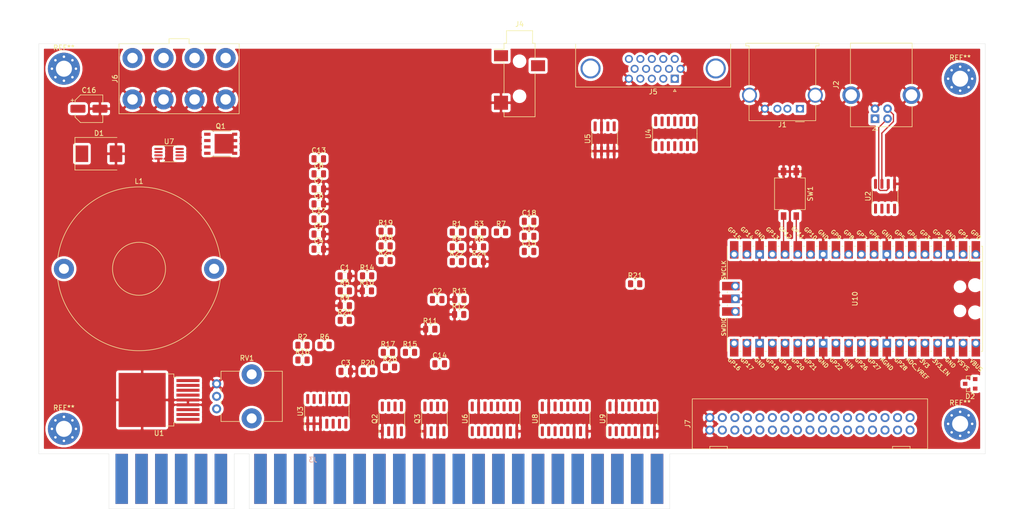
<source format=kicad_pcb>
(kicad_pcb (version 20171130) (host pcbnew 5.1.9-1.fc33)
  (layers (0 F.Cu signal) (31 B.Cu signal) (34 B.Paste user) (35 F.Paste user) (36 B.SilkS user) (37 F.SilkS user) (38 B.Mask user) (39 F.Mask user) (44 Edge.Cuts user))
  (net 0 "")
  (net 1 GND)
  (net 2 +12V)
  (net 3 "Net-(C2-Pad2)")
  (net 4 "Net-(C2-Pad1)")
  (net 5 +5V)
  (net 6 "Net-(C4-Pad1)")
  (net 7 "Net-(C7-Pad1)")
  (net 8 "Net-(C8-Pad2)")
  (net 9 "Net-(C8-Pad1)")
  (net 10 "Net-(C12-Pad2)")
  (net 11 "Net-(C15-Pad2)")
  (net 12 +3V3)
  (net 13 "Net-(C17-Pad2)")
  (net 14 "Net-(C18-Pad1)")
  (net 15 "Net-(D1-Pad1)")
  (net 16 "Net-(D2-Pad2)")
  (net 17 "Net-(D2-Pad1)")
  (net 18 "Net-(J1-Pad1)")
  (net 19 "Net-(J1-Pad2)")
  (net 20 "Net-(J1-Pad3)")
  (net 21 "Net-(J2-Pad1)")
  (net 22 /p2_4)
  (net 23 /p2start)
  (net 24 "Net-(J3-PadR)")
  (net 25 "Net-(J3-PadS)")
  (net 26 /p2select)
  (net 27 /lockout1)
  (net 28 /p2up)
  (net 29 /jamma_green)
  (net 30 /p2right)
  (net 31 /jamma_sync)
  (net 32 /p2left)
  (net 33 -5V)
  (net 34 /c2)
  (net 35 /p2down)
  (net 36 /p2_3)
  (net 37 /meter1)
  (net 38 /p2_1)
  (net 39 "Net-(J3-PadM)")
  (net 40 /p2_2)
  (net 41 /p1select)
  (net 42 /p1_4)
  (net 43 /p1_3)
  (net 44 /p1_2)
  (net 45 /p1_1)
  (net 46 /p1right)
  (net 47 /p1left)
  (net 48 /p1down)
  (net 49 /p1up)
  (net 50 /p1start)
  (net 51 /c1)
  (net 52 "Net-(J3-Pad15)")
  (net 53 /jamma_blue)
  (net 54 /jamma_red)
  (net 55 "Net-(J3-Pad11)")
  (net 56 /speaker+)
  (net 57 /lockout2)
  (net 58 /meter2)
  (net 59 "Net-(J5-Pad15)")
  (net 60 "Net-(J5-Pad14)")
  (net 61 /vga_hsync)
  (net 62 "Net-(J5-Pad12)")
  (net 63 /vga_vsync)
  (net 64 "Net-(J5-Pad4)")
  (net 65 /vga_blue)
  (net 66 /vga_green)
  (net 67 /vga_red)
  (net 68 "Net-(J6-Pad1)")
  (net 69 "Net-(J7-Pad1)")
  (net 70 "Net-(J7-Pad2)")
  (net 71 "Net-(J7-Pad3)")
  (net 72 "Net-(J7-Pad4)")
  (net 73 "Net-(J7-Pad5)")
  (net 74 "Net-(J7-Pad6)")
  (net 75 "Net-(J7-Pad7)")
  (net 76 "Net-(J7-Pad8)")
  (net 77 /p2_6)
  (net 78 "Net-(J7-Pad10)")
  (net 79 "Net-(J7-Pad11)")
  (net 80 "Net-(J7-Pad12)")
  (net 81 "Net-(J7-Pad13)")
  (net 82 "Net-(J7-Pad14)")
  (net 83 /p1_6)
  (net 84 "Net-(J7-Pad16)")
  (net 85 /p1_5)
  (net 86 "Net-(J7-Pad18)")
  (net 87 "Net-(J7-Pad20)")
  (net 88 "Net-(J7-Pad22)")
  (net 89 /p2_5)
  (net 90 "Net-(J7-Pad24)")
  (net 91 "Net-(J7-Pad25)")
  (net 92 "Net-(J7-Pad26)")
  (net 93 "Net-(J7-Pad27)")
  (net 94 "Net-(J7-Pad28)")
  (net 95 "Net-(J7-Pad29)")
  (net 96 "Net-(J7-Pad30)")
  (net 97 "Net-(J7-Pad31)")
  (net 98 "Net-(J7-Pad32)")
  (net 99 "Net-(L1-Pad1)")
  (net 100 "Net-(Q1-Pad4)")
  (net 101 /lockout1_ctl)
  (net 102 /meter1_ctl)
  (net 103 /lockout2_ctl)
  (net 104 /meter2_ctl)
  (net 105 /speaker-)
  (net 106 "Net-(R1-Pad1)")
  (net 107 "Net-(R2-Pad2)")
  (net 108 "Net-(R2-Pad1)")
  (net 109 "Net-(R11-Pad2)")
  (net 110 "Net-(R12-Pad2)")
  (net 111 "Net-(R13-Pad2)")
  (net 112 "Net-(R14-Pad1)")
  (net 113 "Net-(R15-Pad1)")
  (net 114 "Net-(R16-Pad1)")
  (net 115 "Net-(R25-Pad1)")
  (net 116 "Net-(SW1-Pad4)")
  (net 117 "Net-(SW1-Pad3)")
  (net 118 /jvs_tx)
  (net 119 /jvs_de)
  (net 120 /jvs_re)
  (net 121 /jvs_rx)
  (net 122 "Net-(U4-Pad3)")
  (net 123 "Net-(U6-Pad14)")
  (net 124 "Net-(U6-Pad13)")
  (net 125 "Net-(U6-Pad12)")
  (net 126 "Net-(U6-Pad11)")
  (net 127 "Net-(U6-Pad10)")
  (net 128 /sr_clr)
  (net 129 /sr_clk)
  (net 130 "Net-(U6-Pad5)")
  (net 131 "Net-(U6-Pad4)")
  (net 132 "Net-(U6-Pad3)")
  (net 133 "Net-(U6-Pad2)")
  (net 134 "Net-(U6-Pad1)")
  (net 135 "Net-(U8-Pad14)")
  (net 136 "Net-(U8-Pad13)")
  (net 137 "Net-(U8-Pad12)")
  (net 138 "Net-(U8-Pad11)")
  (net 139 "Net-(U8-Pad10)")
  (net 140 "Net-(U8-Pad5)")
  (net 141 "Net-(U8-Pad4)")
  (net 142 "Net-(U8-Pad3)")
  (net 143 "Net-(U8-Pad2)")
  (net 144 "Net-(U9-Pad14)")
  (net 145 /sr_data)
  (net 146 "Net-(U9-Pad12)")
  (net 147 "Net-(U9-Pad11)")
  (net 148 "Net-(U9-Pad10)")
  (net 149 "Net-(U9-Pad5)")
  (net 150 "Net-(U9-Pad4)")
  (net 151 "Net-(U9-Pad3)")
  (net 152 "Net-(U9-Pad2)")
  (net 153 "Net-(U10-Pad43)")
  (net 154 "Net-(U10-Pad41)")
  (net 155 "Net-(U10-Pad21)")
  (net 156 "Net-(U10-Pad22)")
  (net 157 "Net-(U10-Pad24)")
  (net 158 "Net-(U10-Pad25)")
  (net 159 "Net-(U10-Pad26)")
  (net 160 "Net-(U10-Pad27)")
  (net 161 "Net-(U10-Pad29)")
  (net 162 "Net-(U10-Pad30)")
  (net 163 "Net-(U10-Pad31)")
  (net 164 "Net-(U10-Pad32)")
  (net 165 "Net-(U10-Pad34)")
  (net 166 "Net-(U10-Pad35)")
  (net 167 "Net-(U10-Pad37)")
  (net 168 "Net-(U10-Pad40)")
  (net 169 "Net-(U10-Pad20)")
  (net 170 "Net-(U10-Pad19)")
  (net 171 "Net-(U10-Pad17)")
  (module MountingHole:MountingHole_3.2mm_M3_Pad_Via (layer F.Cu) (at 77 70)
    (fp_text reference REF** (at 0 -4.2) (layer F.SilkS))
    (fp_text value MountingHole_3.2mm_M3_Pad_Via)
    (pad 1 thru_hole circle (at 0 0) (size 6.4 6.4) (drill 3.2) (layers *.Cu *.Mask))
    (pad 1 thru_hole circle (at 2.4 0) (size 0.8 0.8) (drill 0.5) (layers *.Cu *.Mask))
    (pad 1 thru_hole circle (at 1.697056 1.697056) (size 0.8 0.8) (drill 0.5) (layers *.Cu *.Mask))
    (pad 1 thru_hole circle (at 0 2.4) (size 0.8 0.8) (drill 0.5) (layers *.Cu *.Mask))
    (pad 1 thru_hole circle (at -1.697056 1.697056) (size 0.8 0.8) (drill 0.5) (layers *.Cu *.Mask))
    (pad 1 thru_hole circle (at -2.4 0) (size 0.8 0.8) (drill 0.5) (layers *.Cu *.Mask))
    (pad 1 thru_hole circle (at -1.697056 -1.697056) (size 0.8 0.8) (drill 0.5) (layers *.Cu *.Mask))
    (pad 1 thru_hole circle (at 0 -2.4) (size 0.8 0.8) (drill 0.5) (layers *.Cu *.Mask))
    (pad 1 thru_hole circle (at 1.697056 -1.697056) (size 0.8 0.8) (drill 0.5) (layers *.Cu *.Mask))
  )
  (module MountingHole:MountingHole_3.2mm_M3_Pad_Via (layer F.Cu) (at 77 142)
    (fp_text reference REF** (at 0 -4.2) (layer F.SilkS))
    (fp_text value MountingHole_3.2mm_M3_Pad_Via)
    (pad 1 thru_hole circle (at 0 0) (size 6.4 6.4) (drill 3.2) (layers *.Cu *.Mask))
    (pad 1 thru_hole circle (at 2.4 0) (size 0.8 0.8) (drill 0.5) (layers *.Cu *.Mask))
    (pad 1 thru_hole circle (at 1.697056 1.697056) (size 0.8 0.8) (drill 0.5) (layers *.Cu *.Mask))
    (pad 1 thru_hole circle (at 0 2.4) (size 0.8 0.8) (drill 0.5) (layers *.Cu *.Mask))
    (pad 1 thru_hole circle (at -1.697056 1.697056) (size 0.8 0.8) (drill 0.5) (layers *.Cu *.Mask))
    (pad 1 thru_hole circle (at -2.4 0) (size 0.8 0.8) (drill 0.5) (layers *.Cu *.Mask))
    (pad 1 thru_hole circle (at -1.697056 -1.697056) (size 0.8 0.8) (drill 0.5) (layers *.Cu *.Mask))
    (pad 1 thru_hole circle (at 0 -2.4) (size 0.8 0.8) (drill 0.5) (layers *.Cu *.Mask))
    (pad 1 thru_hole circle (at 1.697056 -1.697056) (size 0.8 0.8) (drill 0.5) (layers *.Cu *.Mask))
  )
  (module MountingHole:MountingHole_3.2mm_M3_Pad_Via (layer F.Cu) (at 256 72)
    (fp_text reference REF** (at 0 -4.2) (layer F.SilkS))
    (fp_text value MountingHole_3.2mm_M3_Pad_Via)
    (pad 1 thru_hole circle (at 0 0) (size 6.4 6.4) (drill 3.2) (layers *.Cu *.Mask))
    (pad 1 thru_hole circle (at 2.4 0) (size 0.8 0.8) (drill 0.5) (layers *.Cu *.Mask))
    (pad 1 thru_hole circle (at 1.697056 1.697056) (size 0.8 0.8) (drill 0.5) (layers *.Cu *.Mask))
    (pad 1 thru_hole circle (at 0 2.4) (size 0.8 0.8) (drill 0.5) (layers *.Cu *.Mask))
    (pad 1 thru_hole circle (at -1.697056 1.697056) (size 0.8 0.8) (drill 0.5) (layers *.Cu *.Mask))
    (pad 1 thru_hole circle (at -2.4 0) (size 0.8 0.8) (drill 0.5) (layers *.Cu *.Mask))
    (pad 1 thru_hole circle (at -1.697056 -1.697056) (size 0.8 0.8) (drill 0.5) (layers *.Cu *.Mask))
    (pad 1 thru_hole circle (at 0 -2.4) (size 0.8 0.8) (drill 0.5) (layers *.Cu *.Mask))
    (pad 1 thru_hole circle (at 1.697056 -1.697056) (size 0.8 0.8) (drill 0.5) (layers *.Cu *.Mask))
  )
  (module MountingHole:MountingHole_3.2mm_M3_Pad_Via (layer F.Cu) (at 256 141)
    (fp_text reference REF** (at 0 -4.2) (layer F.SilkS))
    (fp_text value MountingHole_3.2mm_M3_Pad_Via)
    (pad 1 thru_hole circle (at 1.697056 -1.697056) (size 0.8 0.8) (drill 0.5) (layers *.Cu *.Mask))
    (pad 1 thru_hole circle (at 0 -2.4) (size 0.8 0.8) (drill 0.5) (layers *.Cu *.Mask))
    (pad 1 thru_hole circle (at -1.697056 -1.697056) (size 0.8 0.8) (drill 0.5) (layers *.Cu *.Mask))
    (pad 1 thru_hole circle (at -2.4 0) (size 0.8 0.8) (drill 0.5) (layers *.Cu *.Mask))
    (pad 1 thru_hole circle (at -1.697056 1.697056) (size 0.8 0.8) (drill 0.5) (layers *.Cu *.Mask))
    (pad 1 thru_hole circle (at 0 2.4) (size 0.8 0.8) (drill 0.5) (layers *.Cu *.Mask))
    (pad 1 thru_hole circle (at 1.697056 1.697056) (size 0.8 0.8) (drill 0.5) (layers *.Cu *.Mask))
    (pad 1 thru_hole circle (at 2.4 0) (size 0.8 0.8) (drill 0.5) (layers *.Cu *.Mask))
    (pad 1 thru_hole circle (at 0 0) (size 6.4 6.4) (drill 3.2) (layers *.Cu *.Mask))
  )
  (module Connector_USB:USB_A_Molex_67643_Horizontal (layer F.Cu) (at 224 78 180)
    (fp_text reference J1 (at 3.5 -3.19) (layer F.SilkS))
    (fp_text value USB_A)
    (pad 4 thru_hole circle (at 7 0 180) (size 1.6 1.6) (drill 0.95) (layers *.Cu *.Mask) (net 1 GND))
    (pad 3 thru_hole circle (at 4.5 0 180) (size 1.6 1.6) (drill 0.95) (layers *.Cu *.Mask) (net 20 "Net-(J1-Pad3)"))
    (pad 2 thru_hole circle (at 2.5 0 180) (size 1.6 1.6) (drill 0.95) (layers *.Cu *.Mask) (net 19 "Net-(J1-Pad2)"))
    (pad 1 thru_hole rect (at 0 0 180) (size 1.6 1.5) (drill 0.95) (layers *.Cu *.Mask) (net 18 "Net-(J1-Pad1)"))
    (pad 5 thru_hole circle (at 10.07 2.71 180) (size 3 3) (drill 2.3) (layers *.Cu *.Mask) (net 1 GND))
    (pad 5 thru_hole circle (at -3.07 2.71 180) (size 3 3) (drill 2.3) (layers *.Cu *.Mask) (net 1 GND))
  )
  (module Package_SO:SOIC-8_3.9x4.9mm_P1.27mm (layer F.Cu) (at 185 84 90)
    (fp_text reference U5 (at 0 -3.4 90) (layer F.SilkS))
    (fp_text value AD813)
    (pad 8 smd roundrect (at 2.475 -1.905 90) (size 1.95 0.6) (layers F.Cu F.Paste F.Mask) (net 7 "Net-(C7-Pad1)"))
    (pad 7 smd roundrect (at 2.475 -0.635 90) (size 1.95 0.6) (layers F.Cu F.Paste F.Mask) (net 1 GND))
    (pad 6 smd roundrect (at 2.475 0.635 90) (size 1.95 0.6) (layers F.Cu F.Paste F.Mask) (net 59 "Net-(J5-Pad15)"))
    (pad 5 smd roundrect (at 2.475 1.905 90) (size 1.95 0.6) (layers F.Cu F.Paste F.Mask) (net 62 "Net-(J5-Pad12)"))
    (pad 4 smd roundrect (at -2.475 1.905 90) (size 1.95 0.6) (layers F.Cu F.Paste F.Mask) (net 1 GND))
    (pad 3 smd roundrect (at -2.475 0.635 90) (size 1.95 0.6) (layers F.Cu F.Paste F.Mask) (net 1 GND))
    (pad 2 smd roundrect (at -2.475 -0.635 90) (size 1.95 0.6) (layers F.Cu F.Paste F.Mask) (net 1 GND))
    (pad 1 smd roundrect (at -2.475 -1.905 90) (size 1.95 0.6) (layers F.Cu F.Paste F.Mask) (net 1 GND))
  )
  (module Connector_Dsub:DSUB-15-HD_Male_Horizontal_P2.29x1.98mm_EdgePinOffset3.03mm_Housed_MountingHolesOffset4.94mm (layer F.Cu) (at 199 72 180)
    (fp_text reference J5 (at 4.315 -2.61) (layer F.SilkS))
    (fp_text value DB15_Male_HighDensity)
    (pad 0 thru_hole circle (at 16.815 2.05 180) (size 4 4) (drill 3.2) (layers *.Cu *.Mask))
    (pad 0 thru_hole circle (at -8.185 2.05 180) (size 4 4) (drill 3.2) (layers *.Cu *.Mask))
    (pad 15 thru_hole circle (at 9.16 3.96 180) (size 1.6 1.6) (drill 1) (layers *.Cu *.Mask) (net 59 "Net-(J5-Pad15)"))
    (pad 14 thru_hole circle (at 6.87 3.96 180) (size 1.6 1.6) (drill 1) (layers *.Cu *.Mask) (net 60 "Net-(J5-Pad14)"))
    (pad 13 thru_hole circle (at 4.58 3.96 180) (size 1.6 1.6) (drill 1) (layers *.Cu *.Mask) (net 61 /vga_hsync))
    (pad 12 thru_hole circle (at 2.29 3.96 180) (size 1.6 1.6) (drill 1) (layers *.Cu *.Mask) (net 62 "Net-(J5-Pad12)"))
    (pad 11 thru_hole circle (at 0 3.96 180) (size 1.6 1.6) (drill 1) (layers *.Cu *.Mask) (net 63 /vga_vsync))
    (pad 10 thru_hole circle (at 8.015 1.98 180) (size 1.6 1.6) (drill 1) (layers *.Cu *.Mask) (net 1 GND))
    (pad 9 thru_hole circle (at 5.725 1.98 180) (size 1.6 1.6) (drill 1) (layers *.Cu *.Mask) (net 7 "Net-(C7-Pad1)"))
    (pad 8 thru_hole circle (at 3.435 1.98 180) (size 1.6 1.6) (drill 1) (layers *.Cu *.Mask) (net 1 GND))
    (pad 7 thru_hole circle (at 1.145 1.98 180) (size 1.6 1.6) (drill 1) (layers *.Cu *.Mask) (net 1 GND))
    (pad 6 thru_hole circle (at -1.145 1.98 180) (size 1.6 1.6) (drill 1) (layers *.Cu *.Mask) (net 1 GND))
    (pad 5 thru_hole circle (at 9.16 0 180) (size 1.6 1.6) (drill 1) (layers *.Cu *.Mask) (net 1 GND))
    (pad 4 thru_hole circle (at 6.87 0 180) (size 1.6 1.6) (drill 1) (layers *.Cu *.Mask) (net 64 "Net-(J5-Pad4)"))
    (pad 3 thru_hole circle (at 4.58 0 180) (size 1.6 1.6) (drill 1) (layers *.Cu *.Mask) (net 65 /vga_blue))
    (pad 2 thru_hole circle (at 2.29 0 180) (size 1.6 1.6) (drill 1) (layers *.Cu *.Mask) (net 66 /vga_green))
    (pad 1 thru_hole rect (at 0 0 180) (size 1.6 1.6) (drill 1) (layers *.Cu *.Mask) (net 67 /vga_red))
  )
  (module Package_SO:SOIC-8_3.9x4.9mm_P1.27mm (layer F.Cu) (at 241 95.5 90)
    (fp_text reference U2 (at 0 -3.4 90) (layer F.SilkS))
    (fp_text value ST485EB)
    (pad 8 smd roundrect (at 2.475 -1.905 90) (size 1.95 0.6) (layers F.Cu F.Paste F.Mask) (net 5 +5V))
    (pad 7 smd roundrect (at 2.475 -0.635 90) (size 1.95 0.6) (layers F.Cu F.Paste F.Mask) (net 20 "Net-(J1-Pad3)"))
    (pad 6 smd roundrect (at 2.475 0.635 90) (size 1.95 0.6) (layers F.Cu F.Paste F.Mask) (net 19 "Net-(J1-Pad2)"))
    (pad 5 smd roundrect (at 2.475 1.905 90) (size 1.95 0.6) (layers F.Cu F.Paste F.Mask) (net 1 GND))
    (pad 4 smd roundrect (at -2.475 1.905 90) (size 1.95 0.6) (layers F.Cu F.Paste F.Mask) (net 118 /jvs_tx))
    (pad 3 smd roundrect (at -2.475 0.635 90) (size 1.95 0.6) (layers F.Cu F.Paste F.Mask) (net 119 /jvs_de))
    (pad 2 smd roundrect (at -2.475 -0.635 90) (size 1.95 0.6) (layers F.Cu F.Paste F.Mask) (net 120 /jvs_re))
    (pad 1 smd roundrect (at -2.475 -1.905 90) (size 1.95 0.6) (layers F.Cu F.Paste F.Mask) (net 121 /jvs_rx))
  )
  (module Package_TO_SOT_SMD:TO-263-9_TabPin5 (layer F.Cu) (at 96 136.225 180)
    (fp_text reference U1 (at 0 -6.65) (layer F.SilkS))
    (fp_text value LM4950TS)
    (pad 9 smd rect (at -5.775 3.88 180) (size 4.6 0.61) (layers F.Cu F.Paste F.Mask) (net 106 "Net-(R1-Pad1)"))
    (pad 8 smd rect (at -5.775 2.91 180) (size 4.6 0.61) (layers F.Cu F.Paste F.Mask) (net 6 "Net-(C4-Pad1)"))
    (pad 7 smd rect (at -5.775 1.94 180) (size 4.6 0.61) (layers F.Cu F.Paste F.Mask) (net 105 /speaker-))
    (pad 6 smd rect (at -5.775 0.97 180) (size 4.6 0.61) (layers F.Cu F.Paste F.Mask) (net 2 +12V))
    (pad 5 smd rect (at -5.775 0 180) (size 4.6 0.61) (layers F.Cu F.Paste F.Mask) (net 1 GND))
    (pad 4 smd rect (at -5.775 -0.97 180) (size 4.6 0.61) (layers F.Cu F.Paste F.Mask) (net 1 GND))
    (pad 3 smd rect (at -5.775 -1.94 180) (size 4.6 0.61) (layers F.Cu F.Paste F.Mask) (net 56 /speaker+))
    (pad 2 smd rect (at -5.775 -2.91 180) (size 4.6 0.61) (layers F.Cu F.Paste F.Mask) (net 2 +12V))
    (pad 1 smd rect (at -5.775 -3.88 180) (size 4.6 0.61) (layers F.Cu F.Paste F.Mask) (net 108 "Net-(R2-Pad1)"))
    (pad 5 smd rect (at 3.375 0 180) (size 9.4 10.8) (layers F.Cu F.Mask) (net 1 GND))
  )
  (module MCU_RaspberryPi_and_Boards:RPi_Pico_SMD_TH (layer F.Cu) (at 235 116 270)
    (fp_text reference U10 (at 0 0 90) (layer F.SilkS))
    (fp_text value Pico)
    (fp_text user SWDIO (at 5.6 26.2 90) (layer F.SilkS) (effects (font (size 0.8 0.8))))
    (fp_text user SWCLK (at -5.7 26.2 90) (layer F.SilkS) (effects (font (size 0.8 0.8))))
    (fp_text user AGND (at 13.054 -6.35 135) (layer F.SilkS) (effects (font (size 0.8 0.8))))
    (fp_text user GND (at 12.8 -19.05 135) (layer F.SilkS) (effects (font (size 0.8 0.8))))
    (fp_text user GND (at 12.8 6.35 135) (layer F.SilkS) (effects (font (size 0.8 0.8))))
    (fp_text user GND (at 12.8 19.05 135) (layer F.SilkS) (effects (font (size 0.8 0.8))))
    (fp_text user GND (at -12.8 19.05 135) (layer F.SilkS) (effects (font (size 0.8 0.8))))
    (fp_text user GND (at -12.8 6.35 135) (layer F.SilkS) (effects (font (size 0.8 0.8))))
    (fp_text user GND (at -12.8 -6.35 135) (layer F.SilkS) (effects (font (size 0.8 0.8))))
    (fp_text user GND (at -12.8 -19.05 135) (layer F.SilkS) (effects (font (size 0.8 0.8))))
    (fp_text user VBUS (at 13.3 -24.2 135) (layer F.SilkS) (effects (font (size 0.8 0.8))))
    (fp_text user VSYS (at 13.2 -21.59 135) (layer F.SilkS) (effects (font (size 0.8 0.8))))
    (fp_text user 3V3_EN (at 13.7 -17.2 135) (layer F.SilkS) (effects (font (size 0.8 0.8))))
    (fp_text user 3V3 (at 12.9 -13.9 135) (layer F.SilkS) (effects (font (size 0.8 0.8))))
    (fp_text user ADC_VREF (at 14 -12.5 135) (layer F.SilkS) (effects (font (size 0.8 0.8))))
    (fp_text user GP28 (at 13.054 -9.144 135) (layer F.SilkS) (effects (font (size 0.8 0.8))))
    (fp_text user GP27 (at 13.054 -3.8 135) (layer F.SilkS) (effects (font (size 0.8 0.8))))
    (fp_text user GP26 (at 13.054 -1.27 135) (layer F.SilkS) (effects (font (size 0.8 0.8))))
    (fp_text user RUN (at 13 1.27 135) (layer F.SilkS) (effects (font (size 0.8 0.8))))
    (fp_text user GP22 (at 13.054 3.81 135) (layer F.SilkS) (effects (font (size 0.8 0.8))))
    (fp_text user GP21 (at 13.054 8.9 135) (layer F.SilkS) (effects (font (size 0.8 0.8))))
    (fp_text user GP20 (at 13.054 11.43 135) (layer F.SilkS) (effects (font (size 0.8 0.8))))
    (fp_text user GP19 (at 13.054 13.97 135) (layer F.SilkS) (effects (font (size 0.8 0.8))))
    (fp_text user GP18 (at 13.054 16.51 135) (layer F.SilkS) (effects (font (size 0.8 0.8))))
    (fp_text user GP17 (at 13.054 21.59 135) (layer F.SilkS) (effects (font (size 0.8 0.8))))
    (fp_text user GP16 (at 13.054 24.13 135) (layer F.SilkS) (effects (font (size 0.8 0.8))))
    (fp_text user GP15 (at -13.054 24.13 135) (layer F.SilkS) (effects (font (size 0.8 0.8))))
    (fp_text user GP14 (at -13.1 21.59 135) (layer F.SilkS) (effects (font (size 0.8 0.8))))
    (fp_text user GP13 (at -13.054 16.51 135) (layer F.SilkS) (effects (font (size 0.8 0.8))))
    (fp_text user GP12 (at -13.2 13.97 135) (layer F.SilkS) (effects (font (size 0.8 0.8))))
    (fp_text user GP11 (at -13.2 11.43 135) (layer F.SilkS) (effects (font (size 0.8 0.8))))
    (fp_text user GP10 (at -13.054 8.89 135) (layer F.SilkS) (effects (font (size 0.8 0.8))))
    (fp_text user GP9 (at -12.8 3.81 135) (layer F.SilkS) (effects (font (size 0.8 0.8))))
    (fp_text user GP8 (at -12.8 1.27 135) (layer F.SilkS) (effects (font (size 0.8 0.8))))
    (fp_text user GP7 (at -12.7 -1.3 135) (layer F.SilkS) (effects (font (size 0.8 0.8))))
    (fp_text user GP6 (at -12.8 -3.81 135) (layer F.SilkS) (effects (font (size 0.8 0.8))))
    (fp_text user GP5 (at -12.8 -8.89 135) (layer F.SilkS) (effects (font (size 0.8 0.8))))
    (fp_text user GP4 (at -12.8 -11.43 135) (layer F.SilkS) (effects (font (size 0.8 0.8))))
    (fp_text user GP3 (at -12.8 -13.97 135) (layer F.SilkS) (effects (font (size 0.8 0.8))))
    (fp_text user GP0 (at -12.8 -24.13 135) (layer F.SilkS) (effects (font (size 0.8 0.8))))
    (fp_text user GP2 (at -12.9 -16.51 135) (layer F.SilkS) (effects (font (size 0.8 0.8))))
    (fp_text user GP1 (at -12.9 -21.6 135) (layer F.SilkS) (effects (font (size 0.8 0.8))))
    (pad 43 thru_hole oval (at 2.54 23.9 270) (size 1.7 1.7) (drill 1.02) (layers *.Cu *.Mask) (net 153 "Net-(U10-Pad43)"))
    (pad 43 smd rect (at 2.54 23.9) (size 3.5 1.7) (drill (offset -0.9 0)) (layers F.Cu F.Mask) (net 153 "Net-(U10-Pad43)"))
    (pad 42 thru_hole rect (at 0 23.9 270) (size 1.7 1.7) (drill 1.02) (layers *.Cu *.Mask) (net 1 GND))
    (pad 42 smd rect (at 0 23.9) (size 3.5 1.7) (drill (offset -0.9 0)) (layers F.Cu F.Mask) (net 1 GND))
    (pad 41 thru_hole oval (at -2.54 23.9 270) (size 1.7 1.7) (drill 1.02) (layers *.Cu *.Mask) (net 154 "Net-(U10-Pad41)"))
    (pad 41 smd rect (at -2.54 23.9) (size 3.5 1.7) (drill (offset -0.9 0)) (layers F.Cu F.Mask) (net 154 "Net-(U10-Pad41)"))
    (pad "" np_thru_hole oval (at 2.425 -20.97 270) (size 1.5 1.5) (drill 1.5) (layers *.Cu *.Mask))
    (pad "" np_thru_hole oval (at -2.425 -20.97 270) (size 1.5 1.5) (drill 1.5) (layers *.Cu *.Mask))
    (pad "" np_thru_hole oval (at 2.725 -24 270) (size 1.8 1.8) (drill 1.8) (layers *.Cu *.Mask))
    (pad "" np_thru_hole oval (at -2.725 -24 270) (size 1.8 1.8) (drill 1.8) (layers *.Cu *.Mask))
    (pad 21 smd rect (at 8.89 24.13 270) (size 3.5 1.7) (drill (offset 0.9 0)) (layers F.Cu F.Mask) (net 155 "Net-(U10-Pad21)"))
    (pad 22 smd rect (at 8.89 21.59 270) (size 3.5 1.7) (drill (offset 0.9 0)) (layers F.Cu F.Mask) (net 156 "Net-(U10-Pad22)"))
    (pad 23 smd rect (at 8.89 19.05 270) (size 3.5 1.7) (drill (offset 0.9 0)) (layers F.Cu F.Mask) (net 1 GND))
    (pad 24 smd rect (at 8.89 16.51 270) (size 3.5 1.7) (drill (offset 0.9 0)) (layers F.Cu F.Mask) (net 157 "Net-(U10-Pad24)"))
    (pad 25 smd rect (at 8.89 13.97 270) (size 3.5 1.7) (drill (offset 0.9 0)) (layers F.Cu F.Mask) (net 158 "Net-(U10-Pad25)"))
    (pad 26 smd rect (at 8.89 11.43 270) (size 3.5 1.7) (drill (offset 0.9 0)) (layers F.Cu F.Mask) (net 159 "Net-(U10-Pad26)"))
    (pad 27 smd rect (at 8.89 8.89 270) (size 3.5 1.7) (drill (offset 0.9 0)) (layers F.Cu F.Mask) (net 160 "Net-(U10-Pad27)"))
    (pad 28 smd rect (at 8.89 6.35 270) (size 3.5 1.7) (drill (offset 0.9 0)) (layers F.Cu F.Mask) (net 1 GND))
    (pad 29 smd rect (at 8.89 3.81 270) (size 3.5 1.7) (drill (offset 0.9 0)) (layers F.Cu F.Mask) (net 161 "Net-(U10-Pad29)"))
    (pad 30 smd rect (at 8.89 1.27 270) (size 3.5 1.7) (drill (offset 0.9 0)) (layers F.Cu F.Mask) (net 162 "Net-(U10-Pad30)"))
    (pad 31 smd rect (at 8.89 -1.27 270) (size 3.5 1.7) (drill (offset 0.9 0)) (layers F.Cu F.Mask) (net 163 "Net-(U10-Pad31)"))
    (pad 32 smd rect (at 8.89 -3.81 270) (size 3.5 1.7) (drill (offset 0.9 0)) (layers F.Cu F.Mask) (net 164 "Net-(U10-Pad32)"))
    (pad 33 smd rect (at 8.89 -6.35 270) (size 3.5 1.7) (drill (offset 0.9 0)) (layers F.Cu F.Mask) (net 1 GND))
    (pad 34 smd rect (at 8.89 -8.89 270) (size 3.5 1.7) (drill (offset 0.9 0)) (layers F.Cu F.Mask) (net 165 "Net-(U10-Pad34)"))
    (pad 35 smd rect (at 8.89 -11.43 270) (size 3.5 1.7) (drill (offset 0.9 0)) (layers F.Cu F.Mask) (net 166 "Net-(U10-Pad35)"))
    (pad 36 smd rect (at 8.89 -13.97 270) (size 3.5 1.7) (drill (offset 0.9 0)) (layers F.Cu F.Mask) (net 12 +3V3))
    (pad 37 smd rect (at 8.89 -16.51 270) (size 3.5 1.7) (drill (offset 0.9 0)) (layers F.Cu F.Mask) (net 167 "Net-(U10-Pad37)"))
    (pad 38 smd rect (at 8.89 -19.05 270) (size 3.5 1.7) (drill (offset 0.9 0)) (layers F.Cu F.Mask) (net 1 GND))
    (pad 39 smd rect (at 8.89 -21.59 270) (size 3.5 1.7) (drill (offset 0.9 0)) (layers F.Cu F.Mask) (net 16 "Net-(D2-Pad2)"))
    (pad 40 smd rect (at 8.89 -24.13 270) (size 3.5 1.7) (drill (offset 0.9 0)) (layers F.Cu F.Mask) (net 168 "Net-(U10-Pad40)"))
    (pad 20 smd rect (at -8.89 24.13 270) (size 3.5 1.7) (drill (offset -0.9 0)) (layers F.Cu F.Mask) (net 169 "Net-(U10-Pad20)"))
    (pad 19 smd rect (at -8.89 21.59 270) (size 3.5 1.7) (drill (offset -0.9 0)) (layers F.Cu F.Mask) (net 170 "Net-(U10-Pad19)"))
    (pad 18 smd rect (at -8.89 19.05 270) (size 3.5 1.7) (drill (offset -0.9 0)) (layers F.Cu F.Mask) (net 1 GND))
    (pad 17 smd rect (at -8.89 16.51 270) (size 3.5 1.7) (drill (offset -0.9 0)) (layers F.Cu F.Mask) (net 171 "Net-(U10-Pad17)"))
    (pad 16 smd rect (at -8.89 13.97 270) (size 3.5 1.7) (drill (offset -0.9 0)) (layers F.Cu F.Mask) (net 117 "Net-(SW1-Pad3)"))
    (pad 15 smd rect (at -8.89 11.43 270) (size 3.5 1.7) (drill (offset -0.9 0)) (layers F.Cu F.Mask) (net 116 "Net-(SW1-Pad4)"))
    (pad 14 smd rect (at -8.89 8.89 270) (size 3.5 1.7) (drill (offset -0.9 0)) (layers F.Cu F.Mask) (net 103 /lockout2_ctl))
    (pad 13 smd rect (at -8.89 6.35 270) (size 3.5 1.7) (drill (offset -0.9 0)) (layers F.Cu F.Mask) (net 1 GND))
    (pad 12 smd rect (at -8.89 3.81 270) (size 3.5 1.7) (drill (offset -0.9 0)) (layers F.Cu F.Mask) (net 101 /lockout1_ctl))
    (pad 11 smd rect (at -8.89 1.27 270) (size 3.5 1.7) (drill (offset -0.9 0)) (layers F.Cu F.Mask) (net 104 /meter2_ctl))
    (pad 10 smd rect (at -8.89 -1.27 270) (size 3.5 1.7) (drill (offset -0.9 0)) (layers F.Cu F.Mask) (net 102 /meter1_ctl))
    (pad 9 smd rect (at -8.89 -3.81 270) (size 3.5 1.7) (drill (offset -0.9 0)) (layers F.Cu F.Mask) (net 145 /sr_data))
    (pad 8 smd rect (at -8.89 -6.35 270) (size 3.5 1.7) (drill (offset -0.9 0)) (layers F.Cu F.Mask) (net 1 GND))
    (pad 7 smd rect (at -8.89 -8.89 270) (size 3.5 1.7) (drill (offset -0.9 0)) (layers F.Cu F.Mask) (net 129 /sr_clk))
    (pad 6 smd rect (at -8.89 -11.43 270) (size 3.5 1.7) (drill (offset -0.9 0)) (layers F.Cu F.Mask) (net 128 /sr_clr))
    (pad 5 smd rect (at -8.89 -13.97 270) (size 3.5 1.7) (drill (offset -0.9 0)) (layers F.Cu F.Mask) (net 119 /jvs_de))
    (pad 4 smd rect (at -8.89 -16.51 270) (size 3.5 1.7) (drill (offset -0.9 0)) (layers F.Cu F.Mask) (net 120 /jvs_re))
    (pad 3 smd rect (at -8.89 -19.05 270) (size 3.5 1.7) (drill (offset -0.9 0)) (layers F.Cu F.Mask) (net 1 GND))
    (pad 2 smd rect (at -8.89 -21.59 270) (size 3.5 1.7) (drill (offset -0.9 0)) (layers F.Cu F.Mask) (net 118 /jvs_tx))
    (pad 1 smd rect (at -8.89 -24.13 270) (size 3.5 1.7) (drill (offset -0.9 0)) (layers F.Cu F.Mask) (net 121 /jvs_rx))
    (pad 40 thru_hole oval (at 8.89 -24.13 270) (size 1.7 1.7) (drill 1.02) (layers *.Cu *.Mask) (net 168 "Net-(U10-Pad40)"))
    (pad 39 thru_hole oval (at 8.89 -21.59 270) (size 1.7 1.7) (drill 1.02) (layers *.Cu *.Mask) (net 16 "Net-(D2-Pad2)"))
    (pad 38 thru_hole rect (at 8.89 -19.05 270) (size 1.7 1.7) (drill 1.02) (layers *.Cu *.Mask) (net 1 GND))
    (pad 37 thru_hole oval (at 8.89 -16.51 270) (size 1.7 1.7) (drill 1.02) (layers *.Cu *.Mask) (net 167 "Net-(U10-Pad37)"))
    (pad 36 thru_hole oval (at 8.89 -13.97 270) (size 1.7 1.7) (drill 1.02) (layers *.Cu *.Mask) (net 12 +3V3))
    (pad 35 thru_hole oval (at 8.89 -11.43 270) (size 1.7 1.7) (drill 1.02) (layers *.Cu *.Mask) (net 166 "Net-(U10-Pad35)"))
    (pad 34 thru_hole oval (at 8.89 -8.89 270) (size 1.7 1.7) (drill 1.02) (layers *.Cu *.Mask) (net 165 "Net-(U10-Pad34)"))
    (pad 33 thru_hole rect (at 8.89 -6.35 270) (size 1.7 1.7) (drill 1.02) (layers *.Cu *.Mask) (net 1 GND))
    (pad 32 thru_hole oval (at 8.89 -3.81 270) (size 1.7 1.7) (drill 1.02) (layers *.Cu *.Mask) (net 164 "Net-(U10-Pad32)"))
    (pad 31 thru_hole oval (at 8.89 -1.27 270) (size 1.7 1.7) (drill 1.02) (layers *.Cu *.Mask) (net 163 "Net-(U10-Pad31)"))
    (pad 30 thru_hole oval (at 8.89 1.27 270) (size 1.7 1.7) (drill 1.02) (layers *.Cu *.Mask) (net 162 "Net-(U10-Pad30)"))
    (pad 29 thru_hole oval (at 8.89 3.81 270) (size 1.7 1.7) (drill 1.02) (layers *.Cu *.Mask) (net 161 "Net-(U10-Pad29)"))
    (pad 28 thru_hole rect (at 8.89 6.35 270) (size 1.7 1.7) (drill 1.02) (layers *.Cu *.Mask) (net 1 GND))
    (pad 27 thru_hole oval (at 8.89 8.89 270) (size 1.7 1.7) (drill 1.02) (layers *.Cu *.Mask) (net 160 "Net-(U10-Pad27)"))
    (pad 26 thru_hole oval (at 8.89 11.43 270) (size 1.7 1.7) (drill 1.02) (layers *.Cu *.Mask) (net 159 "Net-(U10-Pad26)"))
    (pad 25 thru_hole oval (at 8.89 13.97 270) (size 1.7 1.7) (drill 1.02) (layers *.Cu *.Mask) (net 158 "Net-(U10-Pad25)"))
    (pad 24 thru_hole oval (at 8.89 16.51 270) (size 1.7 1.7) (drill 1.02) (layers *.Cu *.Mask) (net 157 "Net-(U10-Pad24)"))
    (pad 23 thru_hole rect (at 8.89 19.05 270) (size 1.7 1.7) (drill 1.02) (layers *.Cu *.Mask) (net 1 GND))
    (pad 22 thru_hole oval (at 8.89 21.59 270) (size 1.7 1.7) (drill 1.02) (layers *.Cu *.Mask) (net 156 "Net-(U10-Pad22)"))
    (pad 21 thru_hole oval (at 8.89 24.13 270) (size 1.7 1.7) (drill 1.02) (layers *.Cu *.Mask) (net 155 "Net-(U10-Pad21)"))
    (pad 20 thru_hole oval (at -8.89 24.13 270) (size 1.7 1.7) (drill 1.02) (layers *.Cu *.Mask) (net 169 "Net-(U10-Pad20)"))
    (pad 19 thru_hole oval (at -8.89 21.59 270) (size 1.7 1.7) (drill 1.02) (layers *.Cu *.Mask) (net 170 "Net-(U10-Pad19)"))
    (pad 18 thru_hole rect (at -8.89 19.05 270) (size 1.7 1.7) (drill 1.02) (layers *.Cu *.Mask) (net 1 GND))
    (pad 17 thru_hole oval (at -8.89 16.51 270) (size 1.7 1.7) (drill 1.02) (layers *.Cu *.Mask) (net 171 "Net-(U10-Pad17)"))
    (pad 16 thru_hole oval (at -8.89 13.97 270) (size 1.7 1.7) (drill 1.02) (layers *.Cu *.Mask) (net 117 "Net-(SW1-Pad3)"))
    (pad 15 thru_hole oval (at -8.89 11.43 270) (size 1.7 1.7) (drill 1.02) (layers *.Cu *.Mask) (net 116 "Net-(SW1-Pad4)"))
    (pad 14 thru_hole oval (at -8.89 8.89 270) (size 1.7 1.7) (drill 1.02) (layers *.Cu *.Mask) (net 103 /lockout2_ctl))
    (pad 13 thru_hole rect (at -8.89 6.35 270) (size 1.7 1.7) (drill 1.02) (layers *.Cu *.Mask) (net 1 GND))
    (pad 12 thru_hole oval (at -8.89 3.81 270) (size 1.7 1.7) (drill 1.02) (layers *.Cu *.Mask) (net 101 /lockout1_ctl))
    (pad 11 thru_hole oval (at -8.89 1.27 270) (size 1.7 1.7) (drill 1.02) (layers *.Cu *.Mask) (net 104 /meter2_ctl))
    (pad 10 thru_hole oval (at -8.89 -1.27 270) (size 1.7 1.7) (drill 1.02) (layers *.Cu *.Mask) (net 102 /meter1_ctl))
    (pad 9 thru_hole oval (at -8.89 -3.81 270) (size 1.7 1.7) (drill 1.02) (layers *.Cu *.Mask) (net 145 /sr_data))
    (pad 8 thru_hole rect (at -8.89 -6.35 270) (size 1.7 1.7) (drill 1.02) (layers *.Cu *.Mask) (net 1 GND))
    (pad 7 thru_hole oval (at -8.89 -8.89 270) (size 1.7 1.7) (drill 1.02) (layers *.Cu *.Mask) (net 129 /sr_clk))
    (pad 6 thru_hole oval (at -8.89 -11.43 270) (size 1.7 1.7) (drill 1.02) (layers *.Cu *.Mask) (net 128 /sr_clr))
    (pad 5 thru_hole oval (at -8.89 -13.97 270) (size 1.7 1.7) (drill 1.02) (layers *.Cu *.Mask) (net 119 /jvs_de))
    (pad 4 thru_hole oval (at -8.89 -16.51 270) (size 1.7 1.7) (drill 1.02) (layers *.Cu *.Mask) (net 120 /jvs_re))
    (pad 3 thru_hole rect (at -8.89 -19.05 270) (size 1.7 1.7) (drill 1.02) (layers *.Cu *.Mask) (net 1 GND))
    (pad 2 thru_hole oval (at -8.89 -21.59 270) (size 1.7 1.7) (drill 1.02) (layers *.Cu *.Mask) (net 118 /jvs_tx))
    (pad 1 thru_hole oval (at -8.89 -24.13 270) (size 1.7 1.7) (drill 1.02) (layers *.Cu *.Mask) (net 121 /jvs_rx))
  )
  (module Package_SO:SOIC-16_3.9x9.9mm_P1.27mm (layer F.Cu) (at 190.5 140 90)
    (fp_text reference U9 (at 0 -5.9 90) (layer F.SilkS))
    (fp_text value 74LV166)
    (pad 16 smd roundrect (at 2.475 -4.445 90) (size 1.95 0.6) (layers F.Cu F.Paste F.Mask) (net 12 +3V3))
    (pad 15 smd roundrect (at 2.475 -3.175 90) (size 1.95 0.6) (layers F.Cu F.Paste F.Mask) (net 1 GND))
    (pad 14 smd roundrect (at 2.475 -1.905 90) (size 1.95 0.6) (layers F.Cu F.Paste F.Mask) (net 144 "Net-(U9-Pad14)"))
    (pad 13 smd roundrect (at 2.475 -0.635 90) (size 1.95 0.6) (layers F.Cu F.Paste F.Mask) (net 145 /sr_data))
    (pad 12 smd roundrect (at 2.475 0.635 90) (size 1.95 0.6) (layers F.Cu F.Paste F.Mask) (net 146 "Net-(U9-Pad12)"))
    (pad 11 smd roundrect (at 2.475 1.905 90) (size 1.95 0.6) (layers F.Cu F.Paste F.Mask) (net 147 "Net-(U9-Pad11)"))
    (pad 10 smd roundrect (at 2.475 3.175 90) (size 1.95 0.6) (layers F.Cu F.Paste F.Mask) (net 148 "Net-(U9-Pad10)"))
    (pad 9 smd roundrect (at 2.475 4.445 90) (size 1.95 0.6) (layers F.Cu F.Paste F.Mask) (net 128 /sr_clr))
    (pad 8 smd roundrect (at -2.475 4.445 90) (size 1.95 0.6) (layers F.Cu F.Paste F.Mask) (net 1 GND))
    (pad 7 smd roundrect (at -2.475 3.175 90) (size 1.95 0.6) (layers F.Cu F.Paste F.Mask) (net 129 /sr_clk))
    (pad 6 smd roundrect (at -2.475 1.905 90) (size 1.95 0.6) (layers F.Cu F.Paste F.Mask) (net 1 GND))
    (pad 5 smd roundrect (at -2.475 0.635 90) (size 1.95 0.6) (layers F.Cu F.Paste F.Mask) (net 149 "Net-(U9-Pad5)"))
    (pad 4 smd roundrect (at -2.475 -0.635 90) (size 1.95 0.6) (layers F.Cu F.Paste F.Mask) (net 150 "Net-(U9-Pad4)"))
    (pad 3 smd roundrect (at -2.475 -1.905 90) (size 1.95 0.6) (layers F.Cu F.Paste F.Mask) (net 151 "Net-(U9-Pad3)"))
    (pad 2 smd roundrect (at -2.475 -3.175 90) (size 1.95 0.6) (layers F.Cu F.Paste F.Mask) (net 152 "Net-(U9-Pad2)"))
    (pad 1 smd roundrect (at -2.475 -4.445 90) (size 1.95 0.6) (layers F.Cu F.Paste F.Mask) (net 136 "Net-(U8-Pad13)"))
  )
  (module Package_SO:SOIC-16_3.9x9.9mm_P1.27mm (layer F.Cu) (at 177 140 90)
    (fp_text reference U8 (at 0 -5.9 90) (layer F.SilkS))
    (fp_text value 74LV166)
    (pad 16 smd roundrect (at 2.475 -4.445 90) (size 1.95 0.6) (layers F.Cu F.Paste F.Mask) (net 12 +3V3))
    (pad 15 smd roundrect (at 2.475 -3.175 90) (size 1.95 0.6) (layers F.Cu F.Paste F.Mask) (net 1 GND))
    (pad 14 smd roundrect (at 2.475 -1.905 90) (size 1.95 0.6) (layers F.Cu F.Paste F.Mask) (net 135 "Net-(U8-Pad14)"))
    (pad 13 smd roundrect (at 2.475 -0.635 90) (size 1.95 0.6) (layers F.Cu F.Paste F.Mask) (net 136 "Net-(U8-Pad13)"))
    (pad 12 smd roundrect (at 2.475 0.635 90) (size 1.95 0.6) (layers F.Cu F.Paste F.Mask) (net 137 "Net-(U8-Pad12)"))
    (pad 11 smd roundrect (at 2.475 1.905 90) (size 1.95 0.6) (layers F.Cu F.Paste F.Mask) (net 138 "Net-(U8-Pad11)"))
    (pad 10 smd roundrect (at 2.475 3.175 90) (size 1.95 0.6) (layers F.Cu F.Paste F.Mask) (net 139 "Net-(U8-Pad10)"))
    (pad 9 smd roundrect (at 2.475 4.445 90) (size 1.95 0.6) (layers F.Cu F.Paste F.Mask) (net 128 /sr_clr))
    (pad 8 smd roundrect (at -2.475 4.445 90) (size 1.95 0.6) (layers F.Cu F.Paste F.Mask) (net 1 GND))
    (pad 7 smd roundrect (at -2.475 3.175 90) (size 1.95 0.6) (layers F.Cu F.Paste F.Mask) (net 129 /sr_clk))
    (pad 6 smd roundrect (at -2.475 1.905 90) (size 1.95 0.6) (layers F.Cu F.Paste F.Mask) (net 1 GND))
    (pad 5 smd roundrect (at -2.475 0.635 90) (size 1.95 0.6) (layers F.Cu F.Paste F.Mask) (net 140 "Net-(U8-Pad5)"))
    (pad 4 smd roundrect (at -2.475 -0.635 90) (size 1.95 0.6) (layers F.Cu F.Paste F.Mask) (net 141 "Net-(U8-Pad4)"))
    (pad 3 smd roundrect (at -2.475 -1.905 90) (size 1.95 0.6) (layers F.Cu F.Paste F.Mask) (net 142 "Net-(U8-Pad3)"))
    (pad 2 smd roundrect (at -2.475 -3.175 90) (size 1.95 0.6) (layers F.Cu F.Paste F.Mask) (net 143 "Net-(U8-Pad2)"))
    (pad 1 smd roundrect (at -2.475 -4.445 90) (size 1.95 0.6) (layers F.Cu F.Paste F.Mask) (net 124 "Net-(U6-Pad13)"))
  )
  (module Package_SO:MSOP-8_3x3mm_P0.65mm (layer F.Cu) (at 98 87)
    (fp_text reference U7 (at 0 -2.45) (layer F.SilkS))
    (fp_text value LM25085MM)
    (pad 8 smd roundrect (at 2.1125 -0.975) (size 1.625 0.4) (layers F.Cu F.Paste F.Mask) (net 5 +5V))
    (pad 7 smd roundrect (at 2.1125 -0.325) (size 1.625 0.4) (layers F.Cu F.Paste F.Mask) (net 13 "Net-(C17-Pad2)"))
    (pad 6 smd roundrect (at 2.1125 0.325) (size 1.625 0.4) (layers F.Cu F.Paste F.Mask) (net 100 "Net-(Q1-Pad4)"))
    (pad 5 smd roundrect (at 2.1125 0.975) (size 1.625 0.4) (layers F.Cu F.Paste F.Mask) (net 99 "Net-(L1-Pad1)"))
    (pad 4 smd roundrect (at -2.1125 0.975) (size 1.625 0.4) (layers F.Cu F.Paste F.Mask) (net 1 GND))
    (pad 3 smd roundrect (at -2.1125 0.325) (size 1.625 0.4) (layers F.Cu F.Paste F.Mask) (net 11 "Net-(C15-Pad2)"))
    (pad 2 smd roundrect (at -2.1125 -0.325) (size 1.625 0.4) (layers F.Cu F.Paste F.Mask) (net 10 "Net-(C12-Pad2)"))
    (pad 1 smd roundrect (at -2.1125 -0.975) (size 1.625 0.4) (layers F.Cu F.Paste F.Mask) (net 5 +5V))
  )
  (module Package_SO:SOIC-16_3.9x9.9mm_P1.27mm (layer F.Cu) (at 163 140 90)
    (fp_text reference U6 (at 0 -5.9 90) (layer F.SilkS))
    (fp_text value 74LV166)
    (pad 16 smd roundrect (at 2.475 -4.445 90) (size 1.95 0.6) (layers F.Cu F.Paste F.Mask) (net 12 +3V3))
    (pad 15 smd roundrect (at 2.475 -3.175 90) (size 1.95 0.6) (layers F.Cu F.Paste F.Mask) (net 1 GND))
    (pad 14 smd roundrect (at 2.475 -1.905 90) (size 1.95 0.6) (layers F.Cu F.Paste F.Mask) (net 123 "Net-(U6-Pad14)"))
    (pad 13 smd roundrect (at 2.475 -0.635 90) (size 1.95 0.6) (layers F.Cu F.Paste F.Mask) (net 124 "Net-(U6-Pad13)"))
    (pad 12 smd roundrect (at 2.475 0.635 90) (size 1.95 0.6) (layers F.Cu F.Paste F.Mask) (net 125 "Net-(U6-Pad12)"))
    (pad 11 smd roundrect (at 2.475 1.905 90) (size 1.95 0.6) (layers F.Cu F.Paste F.Mask) (net 126 "Net-(U6-Pad11)"))
    (pad 10 smd roundrect (at 2.475 3.175 90) (size 1.95 0.6) (layers F.Cu F.Paste F.Mask) (net 127 "Net-(U6-Pad10)"))
    (pad 9 smd roundrect (at 2.475 4.445 90) (size 1.95 0.6) (layers F.Cu F.Paste F.Mask) (net 128 /sr_clr))
    (pad 8 smd roundrect (at -2.475 4.445 90) (size 1.95 0.6) (layers F.Cu F.Paste F.Mask) (net 1 GND))
    (pad 7 smd roundrect (at -2.475 3.175 90) (size 1.95 0.6) (layers F.Cu F.Paste F.Mask) (net 129 /sr_clk))
    (pad 6 smd roundrect (at -2.475 1.905 90) (size 1.95 0.6) (layers F.Cu F.Paste F.Mask) (net 1 GND))
    (pad 5 smd roundrect (at -2.475 0.635 90) (size 1.95 0.6) (layers F.Cu F.Paste F.Mask) (net 130 "Net-(U6-Pad5)"))
    (pad 4 smd roundrect (at -2.475 -0.635 90) (size 1.95 0.6) (layers F.Cu F.Paste F.Mask) (net 131 "Net-(U6-Pad4)"))
    (pad 3 smd roundrect (at -2.475 -1.905 90) (size 1.95 0.6) (layers F.Cu F.Paste F.Mask) (net 132 "Net-(U6-Pad3)"))
    (pad 2 smd roundrect (at -2.475 -3.175 90) (size 1.95 0.6) (layers F.Cu F.Paste F.Mask) (net 133 "Net-(U6-Pad2)"))
    (pad 1 smd roundrect (at -2.475 -4.445 90) (size 1.95 0.6) (layers F.Cu F.Paste F.Mask) (net 134 "Net-(U6-Pad1)"))
  )
  (module Package_SO:SOIC-14_3.9x8.7mm_P1.27mm (layer F.Cu) (at 199 83 90)
    (fp_text reference U4 (at 0 -5.28 90) (layer F.SilkS))
    (fp_text value 74LS86)
    (pad 14 smd roundrect (at 2.475 -3.81 90) (size 1.95 0.6) (layers F.Cu F.Paste F.Mask))
    (pad 13 smd roundrect (at 2.475 -2.54 90) (size 1.95 0.6) (layers F.Cu F.Paste F.Mask))
    (pad 12 smd roundrect (at 2.475 -1.27 90) (size 1.95 0.6) (layers F.Cu F.Paste F.Mask))
    (pad 11 smd roundrect (at 2.475 0 90) (size 1.95 0.6) (layers F.Cu F.Paste F.Mask))
    (pad 10 smd roundrect (at 2.475 1.27 90) (size 1.95 0.6) (layers F.Cu F.Paste F.Mask))
    (pad 9 smd roundrect (at 2.475 2.54 90) (size 1.95 0.6) (layers F.Cu F.Paste F.Mask))
    (pad 8 smd roundrect (at 2.475 3.81 90) (size 1.95 0.6) (layers F.Cu F.Paste F.Mask))
    (pad 7 smd roundrect (at -2.475 3.81 90) (size 1.95 0.6) (layers F.Cu F.Paste F.Mask))
    (pad 6 smd roundrect (at -2.475 2.54 90) (size 1.95 0.6) (layers F.Cu F.Paste F.Mask) (net 31 /jamma_sync))
    (pad 5 smd roundrect (at -2.475 1.27 90) (size 1.95 0.6) (layers F.Cu F.Paste F.Mask) (net 5 +5V))
    (pad 4 smd roundrect (at -2.475 0 90) (size 1.95 0.6) (layers F.Cu F.Paste F.Mask) (net 122 "Net-(U4-Pad3)"))
    (pad 3 smd roundrect (at -2.475 -1.27 90) (size 1.95 0.6) (layers F.Cu F.Paste F.Mask) (net 122 "Net-(U4-Pad3)"))
    (pad 2 smd roundrect (at -2.475 -2.54 90) (size 1.95 0.6) (layers F.Cu F.Paste F.Mask) (net 63 /vga_vsync))
    (pad 1 smd roundrect (at -2.475 -3.81 90) (size 1.95 0.6) (layers F.Cu F.Paste F.Mask) (net 61 /vga_hsync))
  )
  (module Package_SO:SOIC-14_3.9x8.7mm_P1.27mm (layer F.Cu) (at 129.5 138.5 90)
    (fp_text reference U3 (at 0 -5.28 90) (layer F.SilkS))
    (fp_text value AD813)
    (pad 14 smd roundrect (at 2.475 -3.81 90) (size 1.95 0.6) (layers F.Cu F.Paste F.Mask) (net 114 "Net-(R16-Pad1)"))
    (pad 13 smd roundrect (at 2.475 -2.54 90) (size 1.95 0.6) (layers F.Cu F.Paste F.Mask) (net 111 "Net-(R13-Pad2)"))
    (pad 12 smd roundrect (at 2.475 -1.27 90) (size 1.95 0.6) (layers F.Cu F.Paste F.Mask) (net 66 /vga_green))
    (pad 11 smd roundrect (at 2.475 0 90) (size 1.95 0.6) (layers F.Cu F.Paste F.Mask) (net 1 GND))
    (pad 10 smd roundrect (at 2.475 1.27 90) (size 1.95 0.6) (layers F.Cu F.Paste F.Mask) (net 65 /vga_blue))
    (pad 9 smd roundrect (at 2.475 2.54 90) (size 1.95 0.6) (layers F.Cu F.Paste F.Mask) (net 109 "Net-(R11-Pad2)"))
    (pad 8 smd roundrect (at 2.475 3.81 90) (size 1.95 0.6) (layers F.Cu F.Paste F.Mask) (net 112 "Net-(R14-Pad1)"))
    (pad 7 smd roundrect (at -2.475 3.81 90) (size 1.95 0.6) (layers F.Cu F.Paste F.Mask) (net 113 "Net-(R15-Pad1)"))
    (pad 6 smd roundrect (at -2.475 2.54 90) (size 1.95 0.6) (layers F.Cu F.Paste F.Mask) (net 110 "Net-(R12-Pad2)"))
    (pad 5 smd roundrect (at -2.475 1.27 90) (size 1.95 0.6) (layers F.Cu F.Paste F.Mask) (net 67 /vga_red))
    (pad 4 smd roundrect (at -2.475 0 90) (size 1.95 0.6) (layers F.Cu F.Paste F.Mask) (net 5 +5V))
    (pad 3 smd roundrect (at -2.475 -1.27 90) (size 1.95 0.6) (layers F.Cu F.Paste F.Mask) (net 1 GND))
    (pad 2 smd roundrect (at -2.475 -2.54 90) (size 1.95 0.6) (layers F.Cu F.Paste F.Mask) (net 1 GND))
    (pad 1 smd roundrect (at -2.475 -3.81 90) (size 1.95 0.6) (layers F.Cu F.Paste F.Mask) (net 1 GND))
  )
  (module Button_Switch_SMD:SW_DIP_SPSTx02_Slide_Omron_A6S-210x_W8.9mm_P2.54mm (layer F.Cu) (at 222 95 270)
    (fp_text reference SW1 (at 0 -4.07 90) (layer F.SilkS))
    (fp_text value SW_DIP_x02)
    (pad 4 smd rect (at 4.45 -1.27 270) (size 1.5 1.1) (layers F.Cu F.Paste F.Mask) (net 116 "Net-(SW1-Pad4)"))
    (pad 2 smd rect (at -4.45 1.27 270) (size 1.5 1.1) (layers F.Cu F.Paste F.Mask) (net 1 GND))
    (pad 3 smd rect (at 4.45 1.27 270) (size 1.5 1.1) (layers F.Cu F.Paste F.Mask) (net 117 "Net-(SW1-Pad3)"))
    (pad 1 smd rect (at -4.45 -1.27 270) (size 1.5 1.1) (layers F.Cu F.Paste F.Mask) (net 1 GND))
  )
  (module Potentiometer_THT:Potentiometer_Alps_RK09K_Single_Vertical (layer F.Cu) (at 107.5 138)
    (fp_text reference RV1 (at 6.05 -10.15) (layer F.SilkS))
    (fp_text value "10k Audio")
    (pad "" np_thru_hole circle (at 7 1.9) (size 4 4) (drill 2) (layers *.Cu *.Mask))
    (pad "" np_thru_hole circle (at 7 -6.9) (size 4 4) (drill 2) (layers *.Cu *.Mask))
    (pad 1 thru_hole circle (at 0 0) (size 1.8 1.8) (drill 1) (layers *.Cu *.Mask) (net 115 "Net-(R25-Pad1)"))
    (pad 2 thru_hole circle (at 0 -2.5) (size 1.8 1.8) (drill 1) (layers *.Cu *.Mask) (net 107 "Net-(R2-Pad2)"))
    (pad 3 thru_hole circle (at 0 -5) (size 1.8 1.8) (drill 1) (layers *.Cu *.Mask) (net 1 GND))
  )
  (module Resistor_SMD:R_0805_2012Metric (layer F.Cu) (at 142.12 129.66)
    (fp_text reference R26 (at 0 -1.65) (layer F.SilkS))
    (fp_text value 1k)
    (pad 2 smd roundrect (at 0.9125 0) (size 1.025 1.4) (layers F.Cu F.Paste F.Mask) (roundrect_rratio 0.243902) (net 9 "Net-(C8-Pad1)"))
    (pad 1 smd roundrect (at -0.9125 0) (size 1.025 1.4) (layers F.Cu F.Paste F.Mask) (roundrect_rratio 0.243902) (net 115 "Net-(R25-Pad1)"))
  )
  (module Resistor_SMD:R_0805_2012Metric (layer F.Cu) (at 133.1 120.32)
    (fp_text reference R25 (at 0 -1.65) (layer F.SilkS))
    (fp_text value 1k)
    (pad 2 smd roundrect (at 0.9125 0) (size 1.025 1.4) (layers F.Cu F.Paste F.Mask) (roundrect_rratio 0.243902) (net 4 "Net-(C2-Pad1)"))
    (pad 1 smd roundrect (at -0.9125 0) (size 1.025 1.4) (layers F.Cu F.Paste F.Mask) (roundrect_rratio 0.243902) (net 115 "Net-(R25-Pad1)"))
  )
  (module Resistor_SMD:R_0805_2012Metric (layer F.Cu) (at 159.89 108.56)
    (fp_text reference R24 (at 0 -1.65) (layer F.SilkS))
    (fp_text value 6.04k)
    (pad 2 smd roundrect (at 0.9125 0) (size 1.025 1.4) (layers F.Cu F.Paste F.Mask) (roundrect_rratio 0.243902) (net 1 GND))
    (pad 1 smd roundrect (at -0.9125 0) (size 1.025 1.4) (layers F.Cu F.Paste F.Mask) (roundrect_rratio 0.243902) (net 11 "Net-(C15-Pad2)"))
  )
  (module Resistor_SMD:R_0805_2012Metric (layer F.Cu) (at 141.25 108.37)
    (fp_text reference R23 (at 0 -1.65) (layer F.SilkS))
    (fp_text value 10k)
    (pad 2 smd roundrect (at 0.9125 0) (size 1.025 1.4) (layers F.Cu F.Paste F.Mask) (roundrect_rratio 0.243902) (net 11 "Net-(C15-Pad2)"))
    (pad 1 smd roundrect (at -0.9125 0) (size 1.025 1.4) (layers F.Cu F.Paste F.Mask) (roundrect_rratio 0.243902) (net 12 +3V3))
  )
  (module Resistor_SMD:R_0805_2012Metric (layer F.Cu) (at 155.48 108.56)
    (fp_text reference R22 (at 0 -1.65) (layer F.SilkS))
    (fp_text value 0.01)
    (pad 2 smd roundrect (at 0.9125 0) (size 1.025 1.4) (layers F.Cu F.Paste F.Mask) (roundrect_rratio 0.243902) (net 99 "Net-(L1-Pad1)"))
    (pad 1 smd roundrect (at -0.9125 0) (size 1.025 1.4) (layers F.Cu F.Paste F.Mask) (roundrect_rratio 0.243902) (net 14 "Net-(C18-Pad1)"))
  )
  (module Resistor_SMD:R_0805_2012Metric (layer F.Cu) (at 191.0875 113)
    (fp_text reference R21 (at 0 -1.65) (layer F.SilkS))
    (fp_text value 2.94k)
    (pad 2 smd roundrect (at 0.9125 0) (size 1.025 1.4) (layers F.Cu F.Paste F.Mask) (roundrect_rratio 0.243902) (net 5 +5V))
    (pad 1 smd roundrect (at -0.9125 0) (size 1.025 1.4) (layers F.Cu F.Paste F.Mask) (roundrect_rratio 0.243902) (net 14 "Net-(C18-Pad1)"))
  )
  (module Resistor_SMD:R_0805_2012Metric (layer F.Cu) (at 137.71 130.47)
    (fp_text reference R20 (at 0 -1.65) (layer F.SilkS))
    (fp_text value 15.4k)
    (pad 2 smd roundrect (at 0.9125 0) (size 1.025 1.4) (layers F.Cu F.Paste F.Mask) (roundrect_rratio 0.243902) (net 10 "Net-(C12-Pad2)"))
    (pad 1 smd roundrect (at -0.9125 0) (size 1.025 1.4) (layers F.Cu F.Paste F.Mask) (roundrect_rratio 0.243902) (net 5 +5V))
  )
  (module Resistor_SMD:R_0805_2012Metric (layer F.Cu) (at 141.25 102.47)
    (fp_text reference R19 (at 0 -1.65) (layer F.SilkS))
    (fp_text value R)
    (pad 2 smd roundrect (at 0.9125 0) (size 1.025 1.4) (layers F.Cu F.Paste F.Mask) (roundrect_rratio 0.243902) (net 114 "Net-(R16-Pad1)"))
    (pad 1 smd roundrect (at -0.9125 0) (size 1.025 1.4) (layers F.Cu F.Paste F.Mask) (roundrect_rratio 0.243902) (net 29 /jamma_green))
  )
  (module Resistor_SMD:R_0805_2012Metric (layer F.Cu) (at 141.25 105.42)
    (fp_text reference R18 (at 0 -1.65) (layer F.SilkS))
    (fp_text value R)
    (pad 2 smd roundrect (at 0.9125 0) (size 1.025 1.4) (layers F.Cu F.Paste F.Mask) (roundrect_rratio 0.243902) (net 113 "Net-(R15-Pad1)"))
    (pad 1 smd roundrect (at -0.9125 0) (size 1.025 1.4) (layers F.Cu F.Paste F.Mask) (roundrect_rratio 0.243902) (net 54 /jamma_red))
  )
  (module Resistor_SMD:R_0805_2012Metric (layer F.Cu) (at 141.71 126.71)
    (fp_text reference R17 (at 0 -1.65) (layer F.SilkS))
    (fp_text value R)
    (pad 2 smd roundrect (at 0.9125 0) (size 1.025 1.4) (layers F.Cu F.Paste F.Mask) (roundrect_rratio 0.243902) (net 112 "Net-(R14-Pad1)"))
    (pad 1 smd roundrect (at -0.9125 0) (size 1.025 1.4) (layers F.Cu F.Paste F.Mask) (roundrect_rratio 0.243902) (net 53 /jamma_blue))
  )
  (module Resistor_SMD:R_0805_2012Metric (layer F.Cu) (at 124.65 128.23)
    (fp_text reference R16 (at 0 -1.65) (layer F.SilkS))
    (fp_text value 1k)
    (pad 2 smd roundrect (at 0.9125 0) (size 1.025 1.4) (layers F.Cu F.Paste F.Mask) (roundrect_rratio 0.243902) (net 111 "Net-(R13-Pad2)"))
    (pad 1 smd roundrect (at -0.9125 0) (size 1.025 1.4) (layers F.Cu F.Paste F.Mask) (roundrect_rratio 0.243902) (net 114 "Net-(R16-Pad1)"))
  )
  (module Resistor_SMD:R_0805_2012Metric (layer F.Cu) (at 146.12 126.71)
    (fp_text reference R15 (at 0 -1.65) (layer F.SilkS))
    (fp_text value 1k)
    (pad 2 smd roundrect (at 0.9125 0) (size 1.025 1.4) (layers F.Cu F.Paste F.Mask) (roundrect_rratio 0.243902) (net 110 "Net-(R12-Pad2)"))
    (pad 1 smd roundrect (at -0.9125 0) (size 1.025 1.4) (layers F.Cu F.Paste F.Mask) (roundrect_rratio 0.243902) (net 113 "Net-(R15-Pad1)"))
  )
  (module Resistor_SMD:R_0805_2012Metric (layer F.Cu) (at 137.55 111.41)
    (fp_text reference R14 (at 0 -1.65) (layer F.SilkS))
    (fp_text value 1k)
    (pad 2 smd roundrect (at 0.9125 0) (size 1.025 1.4) (layers F.Cu F.Paste F.Mask) (roundrect_rratio 0.243902) (net 109 "Net-(R11-Pad2)"))
    (pad 1 smd roundrect (at -0.9125 0) (size 1.025 1.4) (layers F.Cu F.Paste F.Mask) (roundrect_rratio 0.243902) (net 112 "Net-(R14-Pad1)"))
  )
  (module Resistor_SMD:R_0805_2012Metric (layer F.Cu) (at 155.98 116.12)
    (fp_text reference R13 (at 0 -1.65) (layer F.SilkS))
    (fp_text value 100)
    (pad 2 smd roundrect (at 0.9125 0) (size 1.025 1.4) (layers F.Cu F.Paste F.Mask) (roundrect_rratio 0.243902) (net 111 "Net-(R13-Pad2)"))
    (pad 1 smd roundrect (at -0.9125 0) (size 1.025 1.4) (layers F.Cu F.Paste F.Mask) (roundrect_rratio 0.243902) (net 1 GND))
  )
  (module Resistor_SMD:R_0805_2012Metric (layer F.Cu) (at 155.94 119.13)
    (fp_text reference R12 (at 0 -1.65) (layer F.SilkS))
    (fp_text value 100)
    (pad 2 smd roundrect (at 0.9125 0) (size 1.025 1.4) (layers F.Cu F.Paste F.Mask) (roundrect_rratio 0.243902) (net 110 "Net-(R12-Pad2)"))
    (pad 1 smd roundrect (at -0.9125 0) (size 1.025 1.4) (layers F.Cu F.Paste F.Mask) (roundrect_rratio 0.243902) (net 1 GND))
  )
  (module Resistor_SMD:R_0805_2012Metric (layer F.Cu) (at 150.16 122.08)
    (fp_text reference R11 (at 0 -1.65) (layer F.SilkS))
    (fp_text value 100)
    (pad 2 smd roundrect (at 0.9125 0) (size 1.025 1.4) (layers F.Cu F.Paste F.Mask) (roundrect_rratio 0.243902) (net 109 "Net-(R11-Pad2)"))
    (pad 1 smd roundrect (at -0.9125 0) (size 1.025 1.4) (layers F.Cu F.Paste F.Mask) (roundrect_rratio 0.243902) (net 1 GND))
  )
  (module Resistor_SMD:R_0805_2012Metric (layer F.Cu) (at 137.51 114.42)
    (fp_text reference R10 (at 0 -1.65) (layer F.SilkS))
    (fp_text value 75)
    (pad 2 smd roundrect (at 0.9125 0) (size 1.025 1.4) (layers F.Cu F.Paste F.Mask) (roundrect_rratio 0.243902) (net 66 /vga_green))
    (pad 1 smd roundrect (at -0.9125 0) (size 1.025 1.4) (layers F.Cu F.Paste F.Mask) (roundrect_rratio 0.243902) (net 1 GND))
  )
  (module Resistor_SMD:R_0805_2012Metric (layer F.Cu) (at 133.1 117.37)
    (fp_text reference R9 (at 0 -1.65) (layer F.SilkS))
    (fp_text value 75)
    (pad 2 smd roundrect (at 0.9125 0) (size 1.025 1.4) (layers F.Cu F.Paste F.Mask) (roundrect_rratio 0.243902) (net 67 /vga_red))
    (pad 1 smd roundrect (at -0.9125 0) (size 1.025 1.4) (layers F.Cu F.Paste F.Mask) (roundrect_rratio 0.243902) (net 1 GND))
  )
  (module Resistor_SMD:R_0805_2012Metric (layer F.Cu) (at 159.89 105.61)
    (fp_text reference R8 (at 0 -1.65) (layer F.SilkS))
    (fp_text value 75)
    (pad 2 smd roundrect (at 0.9125 0) (size 1.025 1.4) (layers F.Cu F.Paste F.Mask) (roundrect_rratio 0.243902) (net 65 /vga_blue))
    (pad 1 smd roundrect (at -0.9125 0) (size 1.025 1.4) (layers F.Cu F.Paste F.Mask) (roundrect_rratio 0.243902) (net 1 GND))
  )
  (module Resistor_SMD:R_0805_2012Metric (layer F.Cu) (at 164.3 102.66)
    (fp_text reference R7 (at 0 -1.65) (layer F.SilkS))
    (fp_text value 10k)
    (pad 2 smd roundrect (at 0.9125 0) (size 1.025 1.4) (layers F.Cu F.Paste F.Mask) (roundrect_rratio 0.243902) (net 61 /vga_hsync))
    (pad 1 smd roundrect (at -0.9125 0) (size 1.025 1.4) (layers F.Cu F.Paste F.Mask) (roundrect_rratio 0.243902) (net 5 +5V))
  )
  (module Resistor_SMD:R_0805_2012Metric (layer F.Cu) (at 129.06 125.28)
    (fp_text reference R6 (at 0 -1.65) (layer F.SilkS))
    (fp_text value 10k)
    (pad 2 smd roundrect (at 0.9125 0) (size 1.025 1.4) (layers F.Cu F.Paste F.Mask) (roundrect_rratio 0.243902) (net 63 /vga_vsync))
    (pad 1 smd roundrect (at -0.9125 0) (size 1.025 1.4) (layers F.Cu F.Paste F.Mask) (roundrect_rratio 0.243902) (net 5 +5V))
  )
  (module Resistor_SMD:R_0805_2012Metric (layer F.Cu) (at 133.1 114.42)
    (fp_text reference R5 (at 0 -1.65) (layer F.SilkS))
    (fp_text value 120)
    (pad 2 smd roundrect (at 0.9125 0) (size 1.025 1.4) (layers F.Cu F.Paste F.Mask) (roundrect_rratio 0.243902) (net 19 "Net-(J1-Pad2)"))
    (pad 1 smd roundrect (at -0.9125 0) (size 1.025 1.4) (layers F.Cu F.Paste F.Mask) (roundrect_rratio 0.243902) (net 20 "Net-(J1-Pad3)"))
  )
  (module Resistor_SMD:R_0805_2012Metric (layer F.Cu) (at 155.48 105.61)
    (fp_text reference R4 (at 0 -1.65) (layer F.SilkS))
    (fp_text value R)
    (pad 2 smd roundrect (at 0.9125 0) (size 1.025 1.4) (layers F.Cu F.Paste F.Mask) (roundrect_rratio 0.243902) (net 108 "Net-(R2-Pad1)"))
    (pad 1 smd roundrect (at -0.9125 0) (size 1.025 1.4) (layers F.Cu F.Paste F.Mask) (roundrect_rratio 0.243902) (net 56 /speaker+))
  )
  (module Resistor_SMD:R_0805_2012Metric (layer F.Cu) (at 159.89 102.66)
    (fp_text reference R3 (at 0 -1.65) (layer F.SilkS))
    (fp_text value R)
    (pad 2 smd roundrect (at 0.9125 0) (size 1.025 1.4) (layers F.Cu F.Paste F.Mask) (roundrect_rratio 0.243902) (net 106 "Net-(R1-Pad1)"))
    (pad 1 smd roundrect (at -0.9125 0) (size 1.025 1.4) (layers F.Cu F.Paste F.Mask) (roundrect_rratio 0.243902) (net 56 /speaker+))
  )
  (module Resistor_SMD:R_0805_2012Metric (layer F.Cu) (at 124.65 125.28)
    (fp_text reference R2 (at 0 -1.65) (layer F.SilkS))
    (fp_text value R)
    (pad 2 smd roundrect (at 0.9125 0) (size 1.025 1.4) (layers F.Cu F.Paste F.Mask) (roundrect_rratio 0.243902) (net 107 "Net-(R2-Pad2)"))
    (pad 1 smd roundrect (at -0.9125 0) (size 1.025 1.4) (layers F.Cu F.Paste F.Mask) (roundrect_rratio 0.243902) (net 108 "Net-(R2-Pad1)"))
  )
  (module Resistor_SMD:R_0805_2012Metric (layer F.Cu) (at 155.48 102.66)
    (fp_text reference R1 (at 0 -1.65) (layer F.SilkS))
    (fp_text value R)
    (pad 2 smd roundrect (at 0.9125 0) (size 1.025 1.4) (layers F.Cu F.Paste F.Mask) (roundrect_rratio 0.243902) (net 105 /speaker-))
    (pad 1 smd roundrect (at -0.9125 0) (size 1.025 1.4) (layers F.Cu F.Paste F.Mask) (roundrect_rratio 0.243902) (net 106 "Net-(R1-Pad1)"))
  )
  (module Package_SO:SOIC-8_3.9x4.9mm_P1.27mm (layer F.Cu) (at 151 140 90)
    (fp_text reference Q3 (at 0 -3.4 90) (layer F.SilkS))
    (fp_text value FDS6930A)
    (pad 8 smd roundrect (at 2.475 -1.905 90) (size 1.95 0.6) (layers F.Cu F.Paste F.Mask) (net 58 /meter2))
    (pad 7 smd roundrect (at 2.475 -0.635 90) (size 1.95 0.6) (layers F.Cu F.Paste F.Mask) (net 58 /meter2))
    (pad 6 smd roundrect (at 2.475 0.635 90) (size 1.95 0.6) (layers F.Cu F.Paste F.Mask) (net 57 /lockout2))
    (pad 5 smd roundrect (at 2.475 1.905 90) (size 1.95 0.6) (layers F.Cu F.Paste F.Mask) (net 57 /lockout2))
    (pad 4 smd roundrect (at -2.475 1.905 90) (size 1.95 0.6) (layers F.Cu F.Paste F.Mask) (net 103 /lockout2_ctl))
    (pad 3 smd roundrect (at -2.475 0.635 90) (size 1.95 0.6) (layers F.Cu F.Paste F.Mask) (net 1 GND))
    (pad 2 smd roundrect (at -2.475 -0.635 90) (size 1.95 0.6) (layers F.Cu F.Paste F.Mask) (net 104 /meter2_ctl))
    (pad 1 smd roundrect (at -2.475 -1.905 90) (size 1.95 0.6) (layers F.Cu F.Paste F.Mask) (net 1 GND))
  )
  (module Package_SO:SOIC-8_3.9x4.9mm_P1.27mm (layer F.Cu) (at 142.5 140 90)
    (fp_text reference Q2 (at 0 -3.4 90) (layer F.SilkS))
    (fp_text value FDS6930A)
    (pad 8 smd roundrect (at 2.475 -1.905 90) (size 1.95 0.6) (layers F.Cu F.Paste F.Mask) (net 37 /meter1))
    (pad 7 smd roundrect (at 2.475 -0.635 90) (size 1.95 0.6) (layers F.Cu F.Paste F.Mask) (net 37 /meter1))
    (pad 6 smd roundrect (at 2.475 0.635 90) (size 1.95 0.6) (layers F.Cu F.Paste F.Mask) (net 27 /lockout1))
    (pad 5 smd roundrect (at 2.475 1.905 90) (size 1.95 0.6) (layers F.Cu F.Paste F.Mask) (net 27 /lockout1))
    (pad 4 smd roundrect (at -2.475 1.905 90) (size 1.95 0.6) (layers F.Cu F.Paste F.Mask) (net 101 /lockout1_ctl))
    (pad 3 smd roundrect (at -2.475 0.635 90) (size 1.95 0.6) (layers F.Cu F.Paste F.Mask) (net 1 GND))
    (pad 2 smd roundrect (at -2.475 -0.635 90) (size 1.95 0.6) (layers F.Cu F.Paste F.Mask) (net 102 /meter1_ctl))
    (pad 1 smd roundrect (at -2.475 -1.905 90) (size 1.95 0.6) (layers F.Cu F.Paste F.Mask) (net 1 GND))
  )
  (module Package_SO:PowerPAK_SO-8_Single (layer F.Cu) (at 108.31 85)
    (fp_text reference Q1 (at 0 -3.5) (layer F.SilkS))
    (fp_text value Si7141DP)
    (pad 5 smd rect (at 0.69 0) (size 3.81 3.91) (layers F.Cu F.Paste F.Mask) (net 99 "Net-(L1-Pad1)"))
    (pad 5 smd rect (at 2.795 -1.905) (size 1.02 0.61) (layers F.Cu F.Paste F.Mask) (net 99 "Net-(L1-Pad1)"))
    (pad 5 smd rect (at 2.795 -0.635) (size 1.02 0.61) (layers F.Cu F.Paste F.Mask) (net 99 "Net-(L1-Pad1)"))
    (pad 5 smd rect (at 2.795 0.635) (size 1.02 0.61) (layers F.Cu F.Paste F.Mask) (net 99 "Net-(L1-Pad1)"))
    (pad 5 smd rect (at 2.795 1.905) (size 1.02 0.61) (layers F.Cu F.Paste F.Mask) (net 99 "Net-(L1-Pad1)"))
    (pad 4 smd rect (at -2.67 1.905) (size 1.27 0.61) (layers F.Cu F.Paste F.Mask) (net 100 "Net-(Q1-Pad4)"))
    (pad 3 smd rect (at -2.67 0.635) (size 1.27 0.61) (layers F.Cu F.Paste F.Mask) (net 15 "Net-(D1-Pad1)"))
    (pad 2 smd rect (at -2.67 -0.635) (size 1.27 0.61) (layers F.Cu F.Paste F.Mask) (net 15 "Net-(D1-Pad1)"))
    (pad 1 smd rect (at -2.67 -1.905) (size 1.27 0.61) (layers F.Cu F.Paste F.Mask) (net 15 "Net-(D1-Pad1)"))
  )
  (module Inductor_THT:L_Toroid_Horizontal_D32.5mm_P30.00mm_Bourns_2300 (layer F.Cu) (at 77 110)
    (fp_text reference L1 (at 15 -17.5) (layer F.SilkS))
    (fp_text value 0.1mH)
    (pad 2 thru_hole circle (at 30 0) (size 4 4) (drill 2) (layers *.Cu *.Mask) (net 12 +3V3))
    (pad 1 thru_hole circle (at 0 0) (size 4 4) (drill 2) (layers *.Cu *.Mask) (net 99 "Net-(L1-Pad1)"))
  )
  (module td-io:DF1BZ-34DP-2.5DSA (layer F.Cu) (at 226 141)
    (fp_text reference J7 (at -24.4 0 90) (layer F.SilkS))
    (fp_text value Conn_02x17_Odd_Even)
    (pad 1 thru_hole circle (at 20 1.25) (size 1.8 1.8) (drill 1.1) (layers *.Cu *.Mask) (net 69 "Net-(J7-Pad1)"))
    (pad 2 thru_hole circle (at 20 -1.25) (size 1.8 1.8) (drill 1.1) (layers *.Cu *.Mask) (net 70 "Net-(J7-Pad2)"))
    (pad 3 thru_hole circle (at 17.5 1.25) (size 1.8 1.8) (drill 1.1) (layers *.Cu *.Mask) (net 71 "Net-(J7-Pad3)"))
    (pad 4 thru_hole circle (at 17.5 -1.25) (size 1.8 1.8) (drill 1.1) (layers *.Cu *.Mask) (net 72 "Net-(J7-Pad4)"))
    (pad 5 thru_hole circle (at 15 1.25) (size 1.8 1.8) (drill 1.1) (layers *.Cu *.Mask) (net 73 "Net-(J7-Pad5)"))
    (pad 6 thru_hole circle (at 15 -1.25) (size 1.8 1.8) (drill 1.1) (layers *.Cu *.Mask) (net 74 "Net-(J7-Pad6)"))
    (pad 7 thru_hole circle (at 12.5 1.25) (size 1.8 1.8) (drill 1.1) (layers *.Cu *.Mask) (net 75 "Net-(J7-Pad7)"))
    (pad 8 thru_hole circle (at 12.5 -1.25) (size 1.8 1.8) (drill 1.1) (layers *.Cu *.Mask) (net 76 "Net-(J7-Pad8)"))
    (pad 9 thru_hole circle (at 10 1.25) (size 1.8 1.8) (drill 1.1) (layers *.Cu *.Mask) (net 77 /p2_6))
    (pad 10 thru_hole circle (at 10 -1.25) (size 1.8 1.8) (drill 1.1) (layers *.Cu *.Mask) (net 78 "Net-(J7-Pad10)"))
    (pad 11 thru_hole circle (at 7.5 1.25) (size 1.8 1.8) (drill 1.1) (layers *.Cu *.Mask) (net 79 "Net-(J7-Pad11)"))
    (pad 12 thru_hole circle (at 7.5 -1.25) (size 1.8 1.8) (drill 1.1) (layers *.Cu *.Mask) (net 80 "Net-(J7-Pad12)"))
    (pad 13 thru_hole circle (at 5 1.25) (size 1.8 1.8) (drill 1.1) (layers *.Cu *.Mask) (net 81 "Net-(J7-Pad13)"))
    (pad 14 thru_hole circle (at 5 -1.25) (size 1.8 1.8) (drill 1.1) (layers *.Cu *.Mask) (net 82 "Net-(J7-Pad14)"))
    (pad 15 thru_hole circle (at 2.5 1.25) (size 1.8 1.8) (drill 1.1) (layers *.Cu *.Mask) (net 83 /p1_6))
    (pad 16 thru_hole circle (at 2.5 -1.25) (size 1.8 1.8) (drill 1.1) (layers *.Cu *.Mask) (net 84 "Net-(J7-Pad16)"))
    (pad 17 thru_hole circle (at 0 1.25) (size 1.8 1.8) (drill 1.1) (layers *.Cu *.Mask) (net 85 /p1_5))
    (pad 18 thru_hole circle (at 0 -1.25) (size 1.8 1.8) (drill 1.1) (layers *.Cu *.Mask) (net 86 "Net-(J7-Pad18)"))
    (pad 19 thru_hole circle (at -2.5 1.25) (size 1.8 1.8) (drill 1.1) (layers *.Cu *.Mask) (net 42 /p1_4))
    (pad 20 thru_hole circle (at -2.5 -1.25) (size 1.8 1.8) (drill 1.1) (layers *.Cu *.Mask) (net 87 "Net-(J7-Pad20)"))
    (pad 21 thru_hole circle (at -5 1.25) (size 1.8 1.8) (drill 1.1) (layers *.Cu *.Mask) (net 22 /p2_4))
    (pad 22 thru_hole circle (at -5 -1.25) (size 1.8 1.8) (drill 1.1) (layers *.Cu *.Mask) (net 88 "Net-(J7-Pad22)"))
    (pad 23 thru_hole circle (at -7.5 1.25) (size 1.8 1.8) (drill 1.1) (layers *.Cu *.Mask) (net 89 /p2_5))
    (pad 24 thru_hole circle (at -7.5 -1.25) (size 1.8 1.8) (drill 1.1) (layers *.Cu *.Mask) (net 90 "Net-(J7-Pad24)"))
    (pad 25 thru_hole circle (at -10 1.25) (size 1.8 1.8) (drill 1.1) (layers *.Cu *.Mask) (net 91 "Net-(J7-Pad25)"))
    (pad 26 thru_hole circle (at -10 -1.25) (size 1.8 1.8) (drill 1.1) (layers *.Cu *.Mask) (net 92 "Net-(J7-Pad26)"))
    (pad 27 thru_hole circle (at -12.5 1.25) (size 1.8 1.8) (drill 1.1) (layers *.Cu *.Mask) (net 93 "Net-(J7-Pad27)"))
    (pad 28 thru_hole circle (at -12.5 -1.25) (size 1.8 1.8) (drill 1.1) (layers *.Cu *.Mask) (net 94 "Net-(J7-Pad28)"))
    (pad 29 thru_hole circle (at -15 1.25) (size 1.8 1.8) (drill 1.1) (layers *.Cu *.Mask) (net 95 "Net-(J7-Pad29)"))
    (pad 30 thru_hole circle (at -15 -1.25) (size 1.8 1.8) (drill 1.1) (layers *.Cu *.Mask) (net 96 "Net-(J7-Pad30)"))
    (pad 31 thru_hole circle (at -17.5 1.25) (size 1.8 1.8) (drill 1.1) (layers *.Cu *.Mask) (net 97 "Net-(J7-Pad31)"))
    (pad 32 thru_hole circle (at -17.5 -1.25) (size 1.8 1.8) (drill 1.1) (layers *.Cu *.Mask) (net 98 "Net-(J7-Pad32)"))
    (pad 33 thru_hole circle (at -20 1.25) (size 1.8 1.8) (drill 1.1) (layers *.Cu *.Mask) (net 1 GND))
    (pad 34 thru_hole circle (at -20 -1.25) (size 1.8 1.8) (drill 1.1) (layers *.Cu *.Mask) (net 1 GND))
  )
  (module td-io:B08P-VL (layer F.Cu) (at 100 72)
    (fp_text reference J6 (at -12.8 0 90) (layer F.SilkS))
    (fp_text value Conn_02x04_Top_Bottom)
    (pad 8 thru_hole circle (at 9.3 4.139999) (size 4 4) (drill 2.1) (layers *.Cu *.Mask) (net 1 GND))
    (pad 4 thru_hole circle (at 9.3 -4.139999) (size 4 4) (drill 2.1) (layers *.Cu *.Mask) (net 2 +12V))
    (pad 7 thru_hole circle (at 3.1 4.139999) (size 4 4) (drill 2.1) (layers *.Cu *.Mask) (net 1 GND))
    (pad 3 thru_hole circle (at 3.1 -4.139999) (size 4 4) (drill 2.1) (layers *.Cu *.Mask) (net 5 +5V))
    (pad 6 thru_hole circle (at -3.1 4.139999) (size 4 4) (drill 2.1) (layers *.Cu *.Mask) (net 1 GND))
    (pad 2 thru_hole circle (at -3.1 -4.139999) (size 4 4) (drill 2.1) (layers *.Cu *.Mask) (net 12 +3V3))
    (pad 5 thru_hole circle (at -9.3 4.139999) (size 4 4) (drill 2.1) (layers *.Cu *.Mask) (net 1 GND))
    (pad 1 thru_hole circle (at -9.3 -4.139999) (size 4 4) (drill 2.1) (layers *.Cu *.Mask) (net 68 "Net-(J6-Pad1)"))
  )
  (module Connector_Audio:Jack_3.5mm_CUI_SJ-3523-SMT_Horizontal (layer F.Cu) (at 168 71)
    (fp_text reference J4 (at 0 -9.9) (layer F.SilkS))
    (fp_text value AudioJack3)
    (pad "" np_thru_hole circle (at 0 4.5) (size 1.7 1.7) (drill 1.7) (layers *.Cu *.Mask))
    (pad "" np_thru_hole circle (at 0 -2.5) (size 1.7 1.7) (drill 1.7) (layers *.Cu *.Mask))
    (pad T smd rect (at -3.7 5.8) (size 2.8 2.8) (layers F.Cu F.Paste F.Mask) (net 1 GND))
    (pad S smd rect (at -3.7 -3.6) (size 2.8 2.2) (layers F.Cu F.Paste F.Mask) (net 3 "Net-(C2-Pad2)"))
    (pad R smd rect (at 3.7 -1.6) (size 2.8 2.2) (layers F.Cu F.Paste F.Mask) (net 8 "Net-(C8-Pad2)"))
  )
  (module td-io:JAMMA (layer F.Cu) (at 142 152)
    (fp_text reference J3 (at -15.24 -3.81) (layer B.SilkS) (effects (justify mirror)))
    (fp_text value JAMMA_Edge)
    (pad D smd rect (at -41.58 0) (size 2.5 10) (layers B.Cu B.Paste B.Mask) (net 5 +5V))
    (pad F smd rect (at -33.66 0) (size 2.5 10) (layers B.Cu B.Paste B.Mask) (net 2 +12V))
    (pad L smd rect (at -17.82 0) (size 2.5 10) (layers B.Cu B.Paste B.Mask))
    (pad c smd rect (at 41.58 0) (size 2.5 10) (layers B.Cu B.Paste B.Mask) (net 22 /p2_4))
    (pad U smd rect (at 9.9 0) (size 2.5 10) (layers B.Cu B.Paste B.Mask) (net 23 /p2start))
    (pad R smd rect (at -1.98 0) (size 2.5 10) (layers B.Cu B.Paste B.Mask) (net 24 "Net-(J3-PadR)"))
    (pad S smd rect (at 1.98 0) (size 2.5 10) (layers B.Cu B.Paste B.Mask) (net 25 "Net-(J3-PadS)"))
    (pad e smd rect (at 49.5 0) (size 2.5 10) (layers B.Cu B.Paste B.Mask) (net 1 GND))
    (pad d smd rect (at 45.54 0) (size 2.5 10) (layers B.Cu B.Paste B.Mask) (net 26 /p2select))
    (pad K smd rect (at -21.78 0) (size 2.5 10) (layers B.Cu B.Paste B.Mask) (net 27 /lockout1))
    (pad V smd rect (at 13.86 0) (size 2.5 10) (layers B.Cu B.Paste B.Mask) (net 28 /p2up))
    (pad N smd rect (at -9.9 0) (size 2.5 10) (layers B.Cu B.Paste B.Mask) (net 29 /jamma_green))
    (pad Y smd rect (at 25.74 0) (size 2.5 10) (layers B.Cu B.Paste B.Mask) (net 30 /p2right))
    (pad P smd rect (at -5.94 0) (size 2.5 10) (layers B.Cu B.Paste B.Mask) (net 31 /jamma_sync))
    (pad X smd rect (at 21.78 0) (size 2.5 10) (layers B.Cu B.Paste B.Mask) (net 32 /p2left))
    (pad E smd rect (at -37.62 0) (size 2.5 10) (layers B.Cu B.Paste B.Mask) (net 33 -5V))
    (pad T smd rect (at 5.94 0) (size 2.5 10) (layers B.Cu B.Paste B.Mask) (net 34 /c2))
    (pad W smd rect (at 17.82 0) (size 2.5 10) (layers B.Cu B.Paste B.Mask) (net 35 /p2down))
    (pad f smd rect (at 53.46 0) (size 2.5 10) (layers B.Cu B.Paste B.Mask) (net 1 GND))
    (pad b smd rect (at 37.62 0) (size 2.5 10) (layers B.Cu B.Paste B.Mask) (net 36 /p2_3))
    (pad J smd rect (at -25.74 0) (size 2.5 10) (layers B.Cu B.Paste B.Mask) (net 37 /meter1))
    (pad B smd rect (at -49.5 0) (size 2.5 10) (layers B.Cu B.Paste B.Mask) (net 1 GND))
    (pad Z smd rect (at 29.7 0) (size 2.5 10) (layers B.Cu B.Paste B.Mask) (net 38 /p2_1))
    (pad M smd rect (at -13.86 0) (size 2.5 10) (layers B.Cu B.Paste B.Mask) (net 39 "Net-(J3-PadM)"))
    (pad A smd rect (at -53.46 0) (size 2.5 10) (layers B.Cu B.Paste B.Mask) (net 1 GND))
    (pad a smd rect (at 33.66 0) (size 2.5 10) (layers B.Cu B.Paste B.Mask) (net 40 /p2_2))
    (pad C smd rect (at -45.54 0) (size 2.5 10) (layers B.Cu B.Paste B.Mask) (net 5 +5V))
    (pad 28 smd rect (at 53.46 0) (size 2.5 10) (layers F.Cu F.Paste F.Mask) (net 1 GND))
    (pad 27 smd rect (at 49.5 0) (size 2.5 10) (layers F.Cu F.Paste F.Mask) (net 1 GND))
    (pad 26 smd rect (at 45.54 0) (size 2.5 10) (layers F.Cu F.Paste F.Mask) (net 41 /p1select))
    (pad 25 smd rect (at 41.58 0) (size 2.5 10) (layers F.Cu F.Paste F.Mask) (net 42 /p1_4))
    (pad 24 smd rect (at 37.62 0) (size 2.5 10) (layers F.Cu F.Paste F.Mask) (net 43 /p1_3))
    (pad 23 smd rect (at 33.66 0) (size 2.5 10) (layers F.Cu F.Paste F.Mask) (net 44 /p1_2))
    (pad 22 smd rect (at 29.7 0) (size 2.5 10) (layers F.Cu F.Paste F.Mask) (net 45 /p1_1))
    (pad 21 smd rect (at 25.74 0) (size 2.5 10) (layers F.Cu F.Paste F.Mask) (net 46 /p1right))
    (pad 20 smd rect (at 21.78 0) (size 2.5 10) (layers F.Cu F.Paste F.Mask) (net 47 /p1left))
    (pad 19 smd rect (at 17.82 0) (size 2.5 10) (layers F.Cu F.Paste F.Mask) (net 48 /p1down))
    (pad 18 smd rect (at 13.86 0) (size 2.5 10) (layers F.Cu F.Paste F.Mask) (net 49 /p1up))
    (pad 17 smd rect (at 9.9 0) (size 2.5 10) (layers F.Cu F.Paste F.Mask) (net 50 /p1start))
    (pad 16 smd rect (at 5.94 0) (size 2.5 10) (layers F.Cu F.Paste F.Mask) (net 51 /c1))
    (pad 15 smd rect (at 1.98 0) (size 2.5 10) (layers F.Cu F.Paste F.Mask) (net 52 "Net-(J3-Pad15)"))
    (pad 14 smd rect (at -1.98 0) (size 2.5 10) (layers F.Cu F.Paste F.Mask) (net 1 GND))
    (pad 13 smd rect (at -5.94 0) (size 2.5 10) (layers F.Cu F.Paste F.Mask) (net 53 /jamma_blue))
    (pad 12 smd rect (at -9.9 0) (size 2.5 10) (layers F.Cu F.Paste F.Mask) (net 54 /jamma_red))
    (pad 11 smd rect (at -13.86 0) (size 2.5 10) (layers F.Cu F.Paste F.Mask) (net 55 "Net-(J3-Pad11)"))
    (pad 10 smd rect (at -17.82 0) (size 2.5 10) (layers F.Cu F.Paste F.Mask) (net 56 /speaker+))
    (pad 9 smd rect (at -21.78 0) (size 2.5 10) (layers F.Cu F.Paste F.Mask) (net 57 /lockout2))
    (pad 8 smd rect (at -25.74 0) (size 2.5 10) (layers F.Cu F.Paste F.Mask) (net 58 /meter2))
    (pad 6 smd rect (at -33.66 0) (size 2.5 10) (layers F.Cu F.Paste F.Mask) (net 2 +12V))
    (pad 5 smd rect (at -37.62 0) (size 2.5 10) (layers F.Cu F.Paste F.Mask) (net 33 -5V))
    (pad 4 smd rect (at -41.58 0) (size 2.5 10) (layers F.Cu F.Paste F.Mask) (net 5 +5V))
    (pad 3 smd rect (at -45.54 0) (size 2.5 10) (layers F.Cu F.Paste F.Mask) (net 5 +5V))
    (pad 2 smd rect (at -49.5 0) (size 2.5 10) (layers F.Cu F.Paste F.Mask) (net 1 GND))
    (pad 1 smd rect (at -53.46 0) (size 2.5 10) (layers F.Cu F.Paste F.Mask) (net 1 GND))
  )
  (module Connector_USB:USB_B_OST_USB-B1HSxx_Horizontal (layer F.Cu) (at 239 80 90)
    (fp_text reference J2 (at 6.76 -7.77 90) (layer F.SilkS))
    (fp_text value USB_B)
    (pad 5 thru_hole circle (at 4.71 7.27 90) (size 3.5 3.5) (drill 2.33) (layers *.Cu *.Mask) (net 1 GND))
    (pad 5 thru_hole circle (at 4.71 -4.77 90) (size 3.5 3.5) (drill 2.33) (layers *.Cu *.Mask) (net 1 GND))
    (pad 4 thru_hole circle (at 2 0 90) (size 1.7 1.7) (drill 0.92) (layers *.Cu *.Mask) (net 1 GND))
    (pad 3 thru_hole circle (at 2 2.5 90) (size 1.7 1.7) (drill 0.92) (layers *.Cu *.Mask) (net 20 "Net-(J1-Pad3)"))
    (pad 2 thru_hole circle (at 0 2.5 90) (size 1.7 1.7) (drill 0.92) (layers *.Cu *.Mask) (net 19 "Net-(J1-Pad2)"))
    (pad 1 thru_hole rect (at 0 0 90) (size 1.7 1.7) (drill 0.92) (layers *.Cu *.Mask) (net 21 "Net-(J2-Pad1)"))
  )
  (module Package_TO_SOT_SMD:SOT-23 (layer F.Cu) (at 258 133 180)
    (fp_text reference D2 (at 0 -2.5) (layer F.SilkS))
    (fp_text value BAT54A)
    (pad 3 smd rect (at 1 0 180) (size 0.9 0.8) (layers F.Cu F.Paste F.Mask) (net 5 +5V))
    (pad 2 smd rect (at -1 0.95 180) (size 0.9 0.8) (layers F.Cu F.Paste F.Mask) (net 16 "Net-(D2-Pad2)"))
    (pad 1 smd rect (at -1 -0.95 180) (size 0.9 0.8) (layers F.Cu F.Paste F.Mask) (net 17 "Net-(D2-Pad1)"))
  )
  (module Diode_SMD:D_SMC (layer F.Cu) (at 84 87)
    (fp_text reference D1 (at 0 -4.1) (layer F.SilkS))
    (fp_text value SL44-E3/57T)
    (pad 2 smd rect (at 3.4 0 90) (size 3.3 2.5) (layers F.Cu F.Paste F.Mask) (net 1 GND))
    (pad 1 smd rect (at -3.4 0 90) (size 3.3 2.5) (layers F.Cu F.Paste F.Mask) (net 15 "Net-(D1-Pad1)"))
  )
  (module Capacitor_SMD:C_0805_2012Metric (layer F.Cu) (at 169.9 100.51)
    (fp_text reference C18 (at 0 -1.68) (layer F.SilkS))
    (fp_text value 1000pF)
    (pad 2 smd roundrect (at 0.95 0) (size 1 1.45) (layers F.Cu F.Paste F.Mask) (net 5 +5V))
    (pad 1 smd roundrect (at -0.95 0) (size 1 1.45) (layers F.Cu F.Paste F.Mask) (net 14 "Net-(C18-Pad1)"))
  )
  (module Capacitor_SMD:C_0805_2012Metric (layer F.Cu) (at 169.9 103.52)
    (fp_text reference C17 (at 0 -1.68) (layer F.SilkS))
    (fp_text value 1uF)
    (pad 2 smd roundrect (at 0.95 0) (size 1 1.45) (layers F.Cu F.Paste F.Mask) (net 13 "Net-(C17-Pad2)"))
    (pad 1 smd roundrect (at -0.95 0) (size 1 1.45) (layers F.Cu F.Paste F.Mask) (net 5 +5V))
  )
  (module Capacitor_SMD:CP_Elec_5x5.3 (layer F.Cu) (at 82 78)
    (fp_text reference C16 (at 0 -3.7) (layer F.SilkS))
    (fp_text value 100uF)
    (pad 2 smd roundrect (at 2.2 0) (size 3 1.6) (layers F.Cu F.Paste F.Mask) (roundrect_rratio 0.15625) (net 1 GND))
    (pad 1 smd roundrect (at -2.2 0) (size 3 1.6) (layers F.Cu F.Paste F.Mask) (roundrect_rratio 0.15625) (net 12 +3V3))
  )
  (module Capacitor_SMD:C_0805_2012Metric (layer F.Cu) (at 169.9 106.53)
    (fp_text reference C15 (at 0 -1.68) (layer F.SilkS))
    (fp_text value 750pF)
    (pad 2 smd roundrect (at 0.95 0) (size 1 1.45) (layers F.Cu F.Paste F.Mask) (net 11 "Net-(C15-Pad2)"))
    (pad 1 smd roundrect (at -0.95 0) (size 1 1.45) (layers F.Cu F.Paste F.Mask) (net 12 +3V3))
  )
  (module Capacitor_SMD:C_0805_2012Metric (layer F.Cu) (at 152.05 129)
    (fp_text reference C14 (at 0 -1.68) (layer F.SilkS))
    (fp_text value 10uF)
    (pad 2 smd roundrect (at 0.95 0) (size 1 1.45) (layers F.Cu F.Paste F.Mask) (net 10 "Net-(C12-Pad2)"))
    (pad 1 smd roundrect (at -0.95 0) (size 1 1.45) (layers F.Cu F.Paste F.Mask) (net 5 +5V))
  )
  (module Capacitor_SMD:C_0805_2012Metric (layer F.Cu) (at 127.9 88.01)
    (fp_text reference C13 (at 0 -1.68) (layer F.SilkS))
    (fp_text value 10uF)
    (pad 2 smd roundrect (at 0.95 0) (size 1 1.45) (layers F.Cu F.Paste F.Mask) (net 10 "Net-(C12-Pad2)"))
    (pad 1 smd roundrect (at -0.95 0) (size 1 1.45) (layers F.Cu F.Paste F.Mask) (net 5 +5V))
  )
  (module Capacitor_SMD:C_0805_2012Metric (layer F.Cu) (at 127.9 100.05)
    (fp_text reference C12 (at 0 -1.68) (layer F.SilkS))
    (fp_text value 10uF)
    (pad 2 smd roundrect (at 0.95 0) (size 1 1.45) (layers F.Cu F.Paste F.Mask) (net 10 "Net-(C12-Pad2)"))
    (pad 1 smd roundrect (at -0.95 0) (size 1 1.45) (layers F.Cu F.Paste F.Mask) (net 5 +5V))
  )
  (module Capacitor_SMD:C_0805_2012Metric (layer F.Cu) (at 127.9 91.02)
    (fp_text reference C8 (at 0 -1.68) (layer F.SilkS))
    (fp_text value 1uF)
    (pad 2 smd roundrect (at 0.95 0) (size 1 1.45) (layers F.Cu F.Paste F.Mask) (net 8 "Net-(C8-Pad2)"))
    (pad 1 smd roundrect (at -0.95 0) (size 1 1.45) (layers F.Cu F.Paste F.Mask) (net 9 "Net-(C8-Pad1)"))
  )
  (module Capacitor_SMD:C_0805_2012Metric (layer F.Cu) (at 127.9 94.03)
    (fp_text reference C7 (at 0 -1.68) (layer F.SilkS))
    (fp_text value 0.1uF)
    (pad 2 smd roundrect (at 0.95 0) (size 1 1.45) (layers F.Cu F.Paste F.Mask) (net 1 GND))
    (pad 1 smd roundrect (at -0.95 0) (size 1 1.45) (layers F.Cu F.Paste F.Mask) (net 7 "Net-(C7-Pad1)"))
  )
  (module Capacitor_SMD:C_0805_2012Metric (layer F.Cu) (at 127.9 97.04)
    (fp_text reference C6 (at 0 -1.68) (layer F.SilkS))
    (fp_text value 0.1uF)
    (pad 2 smd roundrect (at 0.95 0) (size 1 1.45) (layers F.Cu F.Paste F.Mask) (net 1 GND))
    (pad 1 smd roundrect (at -0.95 0) (size 1 1.45) (layers F.Cu F.Paste F.Mask) (net 5 +5V))
  )
  (module Capacitor_SMD:C_0805_2012Metric (layer F.Cu) (at 127.9 103.06)
    (fp_text reference C5 (at 0 -1.68) (layer F.SilkS))
    (fp_text value 0.1uF)
    (pad 2 smd roundrect (at 0.95 0) (size 1 1.45) (layers F.Cu F.Paste F.Mask) (net 1 GND))
    (pad 1 smd roundrect (at -0.95 0) (size 1 1.45) (layers F.Cu F.Paste F.Mask) (net 5 +5V))
  )
  (module Capacitor_SMD:C_0805_2012Metric (layer F.Cu) (at 127.9 106.07)
    (fp_text reference C4 (at 0 -1.68) (layer F.SilkS))
    (fp_text value 10uF)
    (pad 2 smd roundrect (at 0.95 0) (size 1 1.45) (layers F.Cu F.Paste F.Mask) (net 1 GND))
    (pad 1 smd roundrect (at -0.95 0) (size 1 1.45) (layers F.Cu F.Paste F.Mask) (net 6 "Net-(C4-Pad1)"))
  )
  (module Capacitor_SMD:C_0805_2012Metric (layer F.Cu) (at 133.28 130.5)
    (fp_text reference C3 (at 0 -1.68) (layer F.SilkS))
    (fp_text value 0.1uF)
    (pad 2 smd roundrect (at 0.95 0) (size 1 1.45) (layers F.Cu F.Paste F.Mask) (net 1 GND))
    (pad 1 smd roundrect (at -0.95 0) (size 1 1.45) (layers F.Cu F.Paste F.Mask) (net 5 +5V))
  )
  (module Capacitor_SMD:C_0805_2012Metric (layer F.Cu) (at 151.55 116.15)
    (fp_text reference C2 (at 0 -1.68) (layer F.SilkS))
    (fp_text value 1uF)
    (pad 2 smd roundrect (at 0.95 0) (size 1 1.45) (layers F.Cu F.Paste F.Mask) (net 3 "Net-(C2-Pad2)"))
    (pad 1 smd roundrect (at -0.95 0) (size 1 1.45) (layers F.Cu F.Paste F.Mask) (net 4 "Net-(C2-Pad1)"))
  )
  (module Capacitor_SMD:C_0805_2012Metric (layer F.Cu) (at 133.12 111.44)
    (fp_text reference C1 (at 0 -1.68) (layer F.SilkS))
    (fp_text value 0.1uF)
    (pad 2 smd roundrect (at 0.95 0) (size 1 1.45) (layers F.Cu F.Paste F.Mask) (net 1 GND))
    (pad 1 smd roundrect (at -0.95 0) (size 1 1.45) (layers F.Cu F.Paste F.Mask) (net 2 +12V))
  )
  (gr_line (start 261 147) (end 198 147) (layer Edge.Cuts) (width 0.05))
  (gr_line (start 261 65) (end 261 147) (layer Edge.Cuts) (width 0.05))
  (gr_line (start 72 65) (end 261 65) (layer Edge.Cuts) (width 0.05))
  (gr_line (start 72 147) (end 72 65) (layer Edge.Cuts) (width 0.05))
  (gr_line (start 86 147) (end 72 147) (layer Edge.Cuts) (width 0.05))
  (gr_line (start 86 158) (end 86 147) (layer Edge.Cuts) (width 0.05))
  (gr_line (start 111 158) (end 86 158) (layer Edge.Cuts) (width 0.05))
  (gr_line (start 111 147) (end 111 158) (layer Edge.Cuts) (width 0.05))
  (gr_line (start 114 147) (end 111 147) (layer Edge.Cuts) (width 0.05))
  (gr_line (start 114 158) (end 114 147) (layer Edge.Cuts) (width 0.05))
  (gr_line (start 198 158) (end 114 158) (layer Edge.Cuts) (width 0.05))
  (gr_line (start 198 147) (end 198 158) (layer Edge.Cuts) (width 0.05))
  (segment (start 239.73999 81.76001) (end 241.5 80) (width 0.25) (layer F.Cu) (net 19))
  (segment (start 239.73999 94.046758) (end 239.73999 81.76001) (width 0.25) (layer F.Cu) (net 19))
  (segment (start 240.018242 94.32501) (end 239.73999 94.046758) (width 0.25) (layer F.Cu) (net 19))
  (segment (start 241.30999 94.32501) (end 240.018242 94.32501) (width 0.25) (layer F.Cu) (net 19))
  (segment (start 241.635 94) (end 241.30999 94.32501) (width 0.25) (layer F.Cu) (net 19))
  (segment (start 241.635 93.025) (end 241.635 94) (width 0.25) (layer F.Cu) (net 19))
  (segment (start 242.675001 79.175001) (end 241.5 78) (width 0.25) (layer F.Cu) (net 20))
  (segment (start 240.365 82.874002) (end 242.675001 80.564001) (width 0.25) (layer F.Cu) (net 20))
  (segment (start 242.675001 80.564001) (end 242.675001 79.175001) (width 0.25) (layer F.Cu) (net 20))
  (segment (start 240.365 93.025) (end 240.365 82.874002) (width 0.25) (layer F.Cu) (net 20))
  (segment (start 223.27 106.81) (end 223.57 107.11) (width 0.25) (layer F.Cu) (net 116))
  (segment (start 223.27 99.45) (end 223.27 106.81) (width 0.25) (layer F.Cu) (net 116))
  (segment (start 220.73 106.81) (end 221.03 107.11) (width 0.25) (layer F.Cu) (net 117))
  (segment (start 220.73 99.45) (end 220.73 106.81) (width 0.25) (layer F.Cu) (net 117))
  (zone (net 1) (net_name GND) (layer F.Cu) (connect_pads (clearance 0.508)) (min_thickness 0.254) (fill yes (arc_segments 32) (thermal_gap 0.508) (thermal_bridge_width 0.508))
    (polygon (pts (xy 260 146) (xy 73 146) (xy 73 66) (xy 260 66)))
  )
)
</source>
